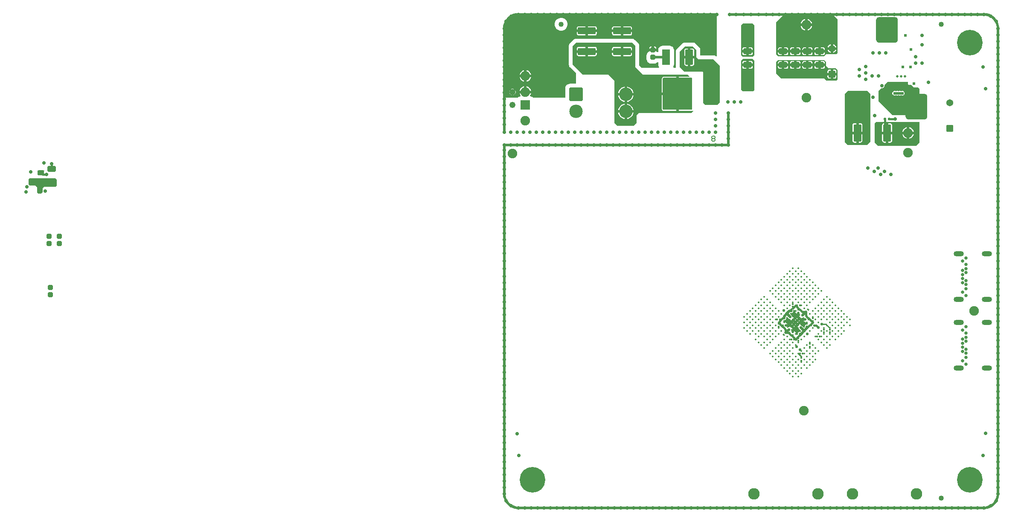
<source format=gbl>
G04*
G04 #@! TF.GenerationSoftware,Altium Limited,Altium Designer,24.10.1 (45)*
G04*
G04 Layer_Physical_Order=8*
G04 Layer_Color=16711680*
%FSLAX44Y44*%
%MOMM*%
G71*
G04*
G04 #@! TF.SameCoordinates,24BC4850-7E81-497A-B660-34607D59122C*
G04*
G04*
G04 #@! TF.FilePolarity,Positive*
G04*
G01*
G75*
%ADD11C,0.5080*%
%ADD15C,0.2540*%
G04:AMPARAMS|DCode=24|XSize=0.508mm|YSize=0.508mm|CornerRadius=0.127mm|HoleSize=0mm|Usage=FLASHONLY|Rotation=90.000|XOffset=0mm|YOffset=0mm|HoleType=Round|Shape=RoundedRectangle|*
%AMROUNDEDRECTD24*
21,1,0.5080,0.2540,0,0,90.0*
21,1,0.2540,0.5080,0,0,90.0*
1,1,0.2540,0.1270,0.1270*
1,1,0.2540,0.1270,-0.1270*
1,1,0.2540,-0.1270,-0.1270*
1,1,0.2540,-0.1270,0.1270*
%
%ADD24ROUNDEDRECTD24*%
%ADD101C,0.7112*%
%ADD126C,1.2192*%
G04:AMPARAMS|DCode=130|XSize=1.27mm|YSize=1.016mm|CornerRadius=0.127mm|HoleSize=0mm|Usage=FLASHONLY|Rotation=180.000|XOffset=0mm|YOffset=0mm|HoleType=Round|Shape=RoundedRectangle|*
%AMROUNDEDRECTD130*
21,1,1.2700,0.7620,0,0,180.0*
21,1,1.0160,1.0160,0,0,180.0*
1,1,0.2540,-0.5080,0.3810*
1,1,0.2540,0.5080,0.3810*
1,1,0.2540,0.5080,-0.3810*
1,1,0.2540,-0.5080,-0.3810*
%
%ADD130ROUNDEDRECTD130*%
G04:AMPARAMS|DCode=131|XSize=1.6256mm|YSize=1.1176mm|CornerRadius=0.1397mm|HoleSize=0mm|Usage=FLASHONLY|Rotation=0.000|XOffset=0mm|YOffset=0mm|HoleType=Round|Shape=RoundedRectangle|*
%AMROUNDEDRECTD131*
21,1,1.6256,0.8382,0,0,0.0*
21,1,1.3462,1.1176,0,0,0.0*
1,1,0.2794,0.6731,-0.4191*
1,1,0.2794,-0.6731,-0.4191*
1,1,0.2794,-0.6731,0.4191*
1,1,0.2794,0.6731,0.4191*
%
%ADD131ROUNDEDRECTD131*%
G04:AMPARAMS|DCode=132|XSize=0.95mm|YSize=0.95mm|CornerRadius=0.1758mm|HoleSize=0mm|Usage=FLASHONLY|Rotation=180.000|XOffset=0mm|YOffset=0mm|HoleType=Round|Shape=RoundedRectangle|*
%AMROUNDEDRECTD132*
21,1,0.9500,0.5985,0,0,180.0*
21,1,0.5985,0.9500,0,0,180.0*
1,1,0.3515,-0.2993,0.2993*
1,1,0.3515,0.2993,0.2993*
1,1,0.3515,0.2993,-0.2993*
1,1,0.3515,-0.2993,-0.2993*
%
%ADD132ROUNDEDRECTD132*%
%ADD133C,1.0160*%
G04:AMPARAMS|DCode=148|XSize=0.3302mm|YSize=0.4064mm|CornerRadius=0.0165mm|HoleSize=0mm|Usage=FLASHONLY|Rotation=90.000|XOffset=0mm|YOffset=0mm|HoleType=Round|Shape=RoundedRectangle|*
%AMROUNDEDRECTD148*
21,1,0.3302,0.3734,0,0,90.0*
21,1,0.2972,0.4064,0,0,90.0*
1,1,0.0330,0.1867,0.1486*
1,1,0.0330,0.1867,-0.1486*
1,1,0.0330,-0.1867,-0.1486*
1,1,0.0330,-0.1867,0.1486*
%
%ADD148ROUNDEDRECTD148*%
G04:AMPARAMS|DCode=169|XSize=1.397mm|YSize=3.556mm|CornerRadius=0.1746mm|HoleSize=0mm|Usage=FLASHONLY|Rotation=270.000|XOffset=0mm|YOffset=0mm|HoleType=Round|Shape=RoundedRectangle|*
%AMROUNDEDRECTD169*
21,1,1.3970,3.2068,0,0,270.0*
21,1,1.0478,3.5560,0,0,270.0*
1,1,0.3493,-1.6034,-0.5239*
1,1,0.3493,-1.6034,0.5239*
1,1,0.3493,1.6034,0.5239*
1,1,0.3493,1.6034,-0.5239*
%
%ADD169ROUNDEDRECTD169*%
%ADD173C,0.5080*%
%ADD174C,0.3810*%
%ADD175C,0.2032*%
%ADD176O,2.0320X1.0160*%
%ADD177C,0.6604*%
%ADD178C,2.2860*%
G04:AMPARAMS|DCode=179|XSize=1.3716mm|YSize=1.3716mm|CornerRadius=0.1715mm|HoleSize=0mm|Usage=FLASHONLY|Rotation=90.000|XOffset=0mm|YOffset=0mm|HoleType=Round|Shape=RoundedRectangle|*
%AMROUNDEDRECTD179*
21,1,1.3716,1.0287,0,0,90.0*
21,1,1.0287,1.3716,0,0,90.0*
1,1,0.3429,0.5143,0.5143*
1,1,0.3429,0.5143,-0.5143*
1,1,0.3429,-0.5143,-0.5143*
1,1,0.3429,-0.5143,0.5143*
%
%ADD179ROUNDEDRECTD179*%
%ADD180C,1.3716*%
%ADD181C,1.9050*%
G04:AMPARAMS|DCode=182|XSize=2.667mm|YSize=2.667mm|CornerRadius=0.1333mm|HoleSize=0mm|Usage=FLASHONLY|Rotation=0.000|XOffset=0mm|YOffset=0mm|HoleType=Round|Shape=RoundedRectangle|*
%AMROUNDEDRECTD182*
21,1,2.6670,2.4003,0,0,0.0*
21,1,2.4003,2.6670,0,0,0.0*
1,1,0.2667,1.2002,-1.2002*
1,1,0.2667,-1.2002,-1.2002*
1,1,0.2667,-1.2002,1.2002*
1,1,0.2667,1.2002,1.2002*
%
%ADD182ROUNDEDRECTD182*%
%ADD183C,2.6670*%
G04:AMPARAMS|DCode=184|XSize=1.905mm|YSize=1.905mm|CornerRadius=0.0953mm|HoleSize=0mm|Usage=FLASHONLY|Rotation=90.000|XOffset=0mm|YOffset=0mm|HoleType=Round|Shape=RoundedRectangle|*
%AMROUNDEDRECTD184*
21,1,1.9050,1.7145,0,0,90.0*
21,1,1.7145,1.9050,0,0,90.0*
1,1,0.1905,0.8573,0.8573*
1,1,0.1905,0.8573,-0.8573*
1,1,0.1905,-0.8573,-0.8573*
1,1,0.1905,-0.8573,0.8573*
%
%ADD184ROUNDEDRECTD184*%
%ADD185C,5.0800*%
%ADD186C,0.6096*%
%ADD187C,0.3500*%
G04:AMPARAMS|DCode=188|XSize=0.508mm|YSize=0.508mm|CornerRadius=0.127mm|HoleSize=0mm|Usage=FLASHONLY|Rotation=135.000|XOffset=0mm|YOffset=0mm|HoleType=Round|Shape=RoundedRectangle|*
%AMROUNDEDRECTD188*
21,1,0.5080,0.2540,0,0,135.0*
21,1,0.2540,0.5080,0,0,135.0*
1,1,0.2540,0.0000,0.1796*
1,1,0.2540,0.1796,0.0000*
1,1,0.2540,0.0000,-0.1796*
1,1,0.2540,-0.1796,0.0000*
%
%ADD188ROUNDEDRECTD188*%
G04:AMPARAMS|DCode=189|XSize=0.3302mm|YSize=0.4064mm|CornerRadius=0.0165mm|HoleSize=0mm|Usage=FLASHONLY|Rotation=0.000|XOffset=0mm|YOffset=0mm|HoleType=Round|Shape=RoundedRectangle|*
%AMROUNDEDRECTD189*
21,1,0.3302,0.3734,0,0,0.0*
21,1,0.2972,0.4064,0,0,0.0*
1,1,0.0330,0.1486,-0.1867*
1,1,0.0330,-0.1486,-0.1867*
1,1,0.0330,-0.1486,0.1867*
1,1,0.0330,0.1486,0.1867*
%
%ADD189ROUNDEDRECTD189*%
G04:AMPARAMS|DCode=190|XSize=0.508mm|YSize=0.508mm|CornerRadius=0.127mm|HoleSize=0mm|Usage=FLASHONLY|Rotation=45.000|XOffset=0mm|YOffset=0mm|HoleType=Round|Shape=RoundedRectangle|*
%AMROUNDEDRECTD190*
21,1,0.5080,0.2540,0,0,45.0*
21,1,0.2540,0.5080,0,0,45.0*
1,1,0.2540,0.1796,0.0000*
1,1,0.2540,0.0000,-0.1796*
1,1,0.2540,-0.1796,0.0000*
1,1,0.2540,0.0000,0.1796*
%
%ADD190ROUNDEDRECTD190*%
G04:AMPARAMS|DCode=191|XSize=0.3302mm|YSize=0.4064mm|CornerRadius=0.0165mm|HoleSize=0mm|Usage=FLASHONLY|Rotation=45.000|XOffset=0mm|YOffset=0mm|HoleType=Round|Shape=RoundedRectangle|*
%AMROUNDEDRECTD191*
21,1,0.3302,0.3734,0,0,45.0*
21,1,0.2972,0.4064,0,0,45.0*
1,1,0.0330,0.2371,-0.0269*
1,1,0.0330,0.0269,-0.2371*
1,1,0.0330,-0.2371,0.0269*
1,1,0.0330,-0.0269,0.2371*
%
%ADD191ROUNDEDRECTD191*%
G04:AMPARAMS|DCode=192|XSize=4.318mm|YSize=5.08mm|CornerRadius=0.5397mm|HoleSize=0mm|Usage=FLASHONLY|Rotation=180.000|XOffset=0mm|YOffset=0mm|HoleType=Round|Shape=RoundedRectangle|*
%AMROUNDEDRECTD192*
21,1,4.3180,4.0005,0,0,180.0*
21,1,3.2385,5.0800,0,0,180.0*
1,1,1.0795,-1.6193,2.0003*
1,1,1.0795,1.6193,2.0003*
1,1,1.0795,1.6193,-2.0003*
1,1,1.0795,-1.6193,-2.0003*
%
%ADD192ROUNDEDRECTD192*%
G04:AMPARAMS|DCode=193|XSize=3.4544mm|YSize=1.5748mm|CornerRadius=0.2598mm|HoleSize=0mm|Usage=FLASHONLY|Rotation=270.000|XOffset=0mm|YOffset=0mm|HoleType=Round|Shape=RoundedRectangle|*
%AMROUNDEDRECTD193*
21,1,3.4544,1.0551,0,0,270.0*
21,1,2.9347,1.5748,0,0,270.0*
1,1,0.5197,-0.5276,-1.4674*
1,1,0.5197,-0.5276,1.4674*
1,1,0.5197,0.5276,1.4674*
1,1,0.5197,0.5276,-1.4674*
%
%ADD193ROUNDEDRECTD193*%
G04:AMPARAMS|DCode=194|XSize=1.5748mm|YSize=3.048mm|CornerRadius=0.2598mm|HoleSize=0mm|Usage=FLASHONLY|Rotation=180.000|XOffset=0mm|YOffset=0mm|HoleType=Round|Shape=RoundedRectangle|*
%AMROUNDEDRECTD194*
21,1,1.5748,2.5283,0,0,180.0*
21,1,1.0551,3.0480,0,0,180.0*
1,1,0.5197,-0.5276,1.2642*
1,1,0.5197,0.5276,1.2642*
1,1,0.5197,0.5276,-1.2642*
1,1,0.5197,-0.5276,-1.2642*
%
%ADD194ROUNDEDRECTD194*%
G04:AMPARAMS|DCode=195|XSize=5.842mm|YSize=6.35mm|CornerRadius=0.1461mm|HoleSize=0mm|Usage=FLASHONLY|Rotation=180.000|XOffset=0mm|YOffset=0mm|HoleType=Round|Shape=RoundedRectangle|*
%AMROUNDEDRECTD195*
21,1,5.8420,6.0579,0,0,180.0*
21,1,5.5499,6.3500,0,0,180.0*
1,1,0.2921,-2.7750,3.0290*
1,1,0.2921,2.7750,3.0290*
1,1,0.2921,2.7750,-3.0290*
1,1,0.2921,-2.7750,-3.0290*
%
%ADD195ROUNDEDRECTD195*%
G04:AMPARAMS|DCode=196|XSize=1.5748mm|YSize=3.048mm|CornerRadius=0.0787mm|HoleSize=0mm|Usage=FLASHONLY|Rotation=180.000|XOffset=0mm|YOffset=0mm|HoleType=Round|Shape=RoundedRectangle|*
%AMROUNDEDRECTD196*
21,1,1.5748,2.8905,0,0,180.0*
21,1,1.4173,3.0480,0,0,180.0*
1,1,0.1575,-0.7087,1.4453*
1,1,0.1575,0.7087,1.4453*
1,1,0.1575,0.7087,-1.4453*
1,1,0.1575,-0.7087,-1.4453*
%
%ADD196ROUNDEDRECTD196*%
%ADD197C,0.3556*%
%ADD198C,0.4064*%
G36*
X3507859Y2515859D02*
X3511718Y2514825D01*
X3515410Y2513295D01*
X3518870Y2511298D01*
X3522040Y2508865D01*
X3524865Y2506040D01*
X3527297Y2502870D01*
X3529295Y2499410D01*
X3530824Y2495719D01*
X3531859Y2491859D01*
X3532380Y2487898D01*
Y2485900D01*
X3527300D01*
X3527178Y2488390D01*
X3526206Y2493273D01*
X3524301Y2497874D01*
X3521534Y2502014D01*
X3518014Y2505535D01*
X3513873Y2508301D01*
X3509273Y2510206D01*
X3504390Y2511178D01*
X3501900Y2511300D01*
Y2511300D01*
X3204970Y2511300D01*
X3211830Y2504440D01*
Y2437130D01*
X3209288Y2434588D01*
X3188970Y2434588D01*
X3185160Y2430778D01*
X3093720D01*
X3089910Y2434588D01*
Y2498090D01*
X3103120Y2511300D01*
X2997200D01*
X2997200Y2516380D01*
X3501900Y2516380D01*
X3503898D01*
X3507859Y2515859D01*
D02*
G37*
G36*
X2971800Y2430626D02*
X2970530Y2430137D01*
X2969293Y2431086D01*
X2967439Y2431854D01*
X2965450Y2432116D01*
X2938846D01*
Y2443480D01*
X2938584Y2445469D01*
X2937816Y2447323D01*
X2936595Y2448915D01*
X2936595Y2448915D01*
X2930245Y2455265D01*
X2928653Y2456486D01*
X2926799Y2457254D01*
X2924810Y2457516D01*
X2908300D01*
X2906311Y2457254D01*
X2904457Y2456486D01*
X2902865Y2455265D01*
X2902865Y2455265D01*
X2892705Y2445105D01*
X2891484Y2443513D01*
X2890716Y2441659D01*
X2890454Y2439670D01*
Y2409190D01*
X2890496Y2408875D01*
X2889659Y2407920D01*
X2886058D01*
X2885431Y2409190D01*
X2885900Y2409801D01*
X2886748Y2411847D01*
X2887036Y2414041D01*
Y2442947D01*
X2886748Y2445141D01*
X2885900Y2447187D01*
X2884553Y2448943D01*
X2882797Y2450291D01*
X2880751Y2451138D01*
X2878557Y2451427D01*
X2864384D01*
X2862189Y2451138D01*
X2860143Y2450291D01*
X2858387Y2448943D01*
X2857039Y2447187D01*
X2856192Y2445141D01*
X2855903Y2442947D01*
Y2438858D01*
X2853741D01*
X2852522Y2439794D01*
X2851656Y2440152D01*
Y2440570D01*
X2850649D01*
X2850241Y2440739D01*
X2847792Y2441061D01*
X2841808D01*
X2839359Y2440739D01*
X2838951Y2440570D01*
X2837944D01*
Y2440152D01*
X2837078Y2439794D01*
X2835119Y2438291D01*
X2833616Y2436332D01*
X2832672Y2434050D01*
X2832349Y2431602D01*
Y2425618D01*
X2832672Y2423169D01*
X2833616Y2420888D01*
X2835119Y2418929D01*
X2837078Y2417426D01*
X2839359Y2416481D01*
X2841808Y2416159D01*
X2842242D01*
X2844800Y2415822D01*
X2847358Y2416159D01*
X2847792D01*
X2850240Y2416481D01*
X2852522Y2417426D01*
X2853741Y2418362D01*
X2855903D01*
Y2414041D01*
X2856192Y2411847D01*
X2857039Y2409801D01*
X2857509Y2409190D01*
X2856882Y2407920D01*
X2822649D01*
X2818196Y2412374D01*
Y2451100D01*
X2817934Y2453089D01*
X2817166Y2454943D01*
X2815945Y2456535D01*
X2815945Y2456535D01*
X2809595Y2462885D01*
X2808003Y2464106D01*
X2806149Y2464874D01*
X2804160Y2465136D01*
X2692400D01*
X2690411Y2464874D01*
X2688557Y2464106D01*
X2686965Y2462885D01*
X2680615Y2456535D01*
X2679394Y2454943D01*
X2678626Y2453089D01*
X2678364Y2451100D01*
Y2414270D01*
X2678626Y2412281D01*
X2679394Y2410427D01*
X2680615Y2408835D01*
X2680616Y2408835D01*
X2692400Y2397051D01*
Y2376120D01*
X2680399D01*
X2678061Y2375813D01*
X2675883Y2374910D01*
X2674013Y2373475D01*
X2672578Y2371605D01*
X2671675Y2369427D01*
X2671368Y2367090D01*
Y2348230D01*
X2607306D01*
X2606757Y2348947D01*
X2604966Y2350320D01*
X2602880Y2351184D01*
X2601868Y2351318D01*
X2601471Y2352217D01*
X2601375Y2352663D01*
X2602839Y2355199D01*
X2603354Y2357120D01*
X2592070D01*
X2580786D01*
X2581301Y2355199D01*
X2582765Y2352663D01*
X2582669Y2352217D01*
X2582272Y2351318D01*
X2581259Y2351184D01*
X2579174Y2350320D01*
X2577383Y2348947D01*
X2576834Y2348230D01*
X2552700D01*
Y2279650D01*
X2547620D01*
Y2348230D01*
Y2485900D01*
X2547620Y2487898D01*
X2548141Y2491859D01*
X2549176Y2495719D01*
X2550705Y2499410D01*
X2552702Y2502870D01*
X2555135Y2506040D01*
X2557960Y2508865D01*
X2561130Y2511298D01*
X2564590Y2513295D01*
X2564590D01*
X2564590Y2513295D01*
X2568282Y2514824D01*
X2572141Y2515858D01*
X2576102Y2516380D01*
X2578100D01*
X2578100D01*
X2578100Y2516380D01*
X2971800D01*
Y2430626D01*
D02*
G37*
G36*
X3046730Y2491740D02*
X3046730Y2433320D01*
X3042920Y2429510D01*
X3023870Y2429510D01*
X3020060Y2433320D01*
Y2491740D01*
X3023870Y2495550D01*
X3042920Y2495550D01*
X3046730Y2491740D01*
D02*
G37*
G36*
X3188970Y2419350D02*
Y2411730D01*
X3194050Y2406650D01*
X3208020D01*
X3211830Y2402840D01*
Y2385060D01*
X3209290Y2382520D01*
X3188970D01*
X3185160Y2386330D01*
X3100070D01*
X3089910Y2396490D01*
Y2419350D01*
X3093720Y2423160D01*
X3185160D01*
X3188970Y2419350D01*
D02*
G37*
G36*
X3351530Y2374900D02*
X3352800Y2373630D01*
X3357880D01*
X3362452Y2369058D01*
X3371423D01*
X3374390Y2366091D01*
Y2321560D01*
X3366770Y2313940D01*
X3321050Y2313940D01*
X3293110Y2341880D01*
Y2362200D01*
X3298100Y2367190D01*
X3298176Y2367266D01*
X3298359Y2367190D01*
X3300380D01*
X3302247Y2367963D01*
X3303676Y2369392D01*
X3304450Y2371259D01*
Y2373280D01*
X3304374Y2373464D01*
X3310890Y2379980D01*
X3351530D01*
Y2374900D01*
D02*
G37*
G36*
X3042920Y2425700D02*
X3046730Y2421890D01*
Y2363470D01*
X3044190Y2360930D01*
X3023870D01*
X3020060Y2364740D01*
Y2421890D01*
X3023870Y2425700D01*
X3042920Y2425700D01*
D02*
G37*
G36*
X2931160Y2443480D02*
Y2428240D01*
X2935605Y2424430D01*
X2965450D01*
X2978150Y2411730D01*
Y2397760D01*
Y2339340D01*
X2973070Y2334260D01*
X2948940Y2334260D01*
X2945130Y2338070D01*
Y2399030D01*
X2943860Y2400300D01*
X2907030D01*
X2898140Y2409190D01*
Y2439670D01*
X2908300Y2449830D01*
X2924810D01*
X2931160Y2443480D01*
D02*
G37*
G36*
X2810510Y2451100D02*
Y2409190D01*
X2825750Y2393950D01*
X2914650D01*
X2917726Y2390874D01*
X2917240Y2389700D01*
X2896870D01*
Y2355850D01*
Y2322000D01*
X2922079D01*
X2923442Y2322271D01*
X2924293Y2322839D01*
X2925103Y2321853D01*
X2921000Y2317750D01*
X2816860Y2317750D01*
X2813050Y2313940D01*
Y2298700D01*
X2806700Y2292350D01*
X2774950D01*
X2768600Y2298700D01*
X2768600Y2382520D01*
X2757170Y2393950D01*
X2706370D01*
X2686050Y2414270D01*
Y2451100D01*
X2692400Y2457450D01*
X2804160D01*
X2810510Y2451100D01*
D02*
G37*
G36*
X2997201Y2256786D02*
X2994660Y2256786D01*
X2994660Y2251710D01*
X2552700Y2251710D01*
Y2256790D01*
X2992121Y2256790D01*
Y2317746D01*
X2997201D01*
Y2256786D01*
D02*
G37*
G36*
X3276600Y2355850D02*
Y2350511D01*
Y2348490D01*
Y2260600D01*
X3270250Y2254250D01*
X3232150D01*
X3225800Y2260600D01*
Y2355850D01*
X3232150Y2362200D01*
X3270250D01*
X3276600Y2355850D01*
D02*
G37*
G36*
X3374390Y2299970D02*
Y2259330D01*
X3368040Y2252980D01*
X3291840D01*
X3285490Y2259330D01*
Y2297430D01*
X3288030Y2299970D01*
X3374390Y2299970D01*
D02*
G37*
G36*
X1662430Y2185670D02*
Y2174240D01*
X1659890Y2171700D01*
X1637030D01*
X1634490Y2169160D01*
Y2161540D01*
X1630680Y2157730D01*
X1625600D01*
X1623060Y2160270D01*
Y2170430D01*
X1619250Y2174240D01*
X1609090D01*
X1606550Y2176780D01*
Y2186940D01*
X1607820Y2188210D01*
X1659890D01*
X1662430Y2185670D01*
D02*
G37*
G36*
X3127920Y1921045D02*
X3128450Y1921399D01*
X3128522Y1921508D01*
X3129792Y1921123D01*
Y1920570D01*
X3129963Y1919713D01*
X3130449Y1918986D01*
X3131175Y1918501D01*
X3131360Y1918464D01*
Y1922056D01*
X3136440D01*
Y1918464D01*
X3136624Y1918501D01*
X3136725Y1918569D01*
X3137641Y1917653D01*
X3137552Y1917520D01*
X3137335Y1916430D01*
X3137382Y1916194D01*
X3136287Y1915188D01*
X3135694Y1915307D01*
X3134406Y1915050D01*
X3134390Y1915040D01*
X3137490Y1911940D01*
X3140590Y1908840D01*
X3140600Y1908855D01*
X3140857Y1910144D01*
X3140739Y1910737D01*
X3141744Y1911832D01*
X3141980Y1911785D01*
X3143070Y1912002D01*
X3143994Y1912620D01*
X3144218Y1912843D01*
X3145555Y1912599D01*
X3145585Y1912573D01*
X3145733Y1911816D01*
X3145006Y1911331D01*
X3144521Y1910604D01*
X3144484Y1910420D01*
X3148076D01*
Y1905340D01*
X3144484D01*
X3144521Y1905155D01*
X3145006Y1904429D01*
X3145733Y1903943D01*
X3146590Y1903773D01*
X3147143D01*
X3147528Y1902503D01*
X3147419Y1902430D01*
X3147065Y1901900D01*
X3150870D01*
Y1897916D01*
X3149284Y1897601D01*
X3148116Y1896820D01*
X3147065D01*
X3147419Y1896290D01*
X3147586Y1896178D01*
X3147412Y1895917D01*
X3147411Y1895909D01*
X3147042Y1895358D01*
X3146726Y1893772D01*
Y1892625D01*
X3145215Y1891115D01*
X3141703Y1894627D01*
X3141597Y1894698D01*
X3140787Y1895507D01*
X3139863Y1896125D01*
X3138773Y1896342D01*
X3138537Y1896295D01*
X3137532Y1897390D01*
X3137650Y1897983D01*
X3137393Y1899272D01*
X3137383Y1899287D01*
X3134283Y1896187D01*
X3131183Y1893087D01*
X3131198Y1893077D01*
X3132487Y1892820D01*
X3133080Y1892938D01*
X3134175Y1891933D01*
X3134128Y1891697D01*
X3134345Y1890607D01*
X3134963Y1889682D01*
X3135772Y1888873D01*
X3135843Y1888767D01*
X3139355Y1885255D01*
X3137840Y1883739D01*
X3136693D01*
X3135108Y1883424D01*
X3134556Y1883055D01*
X3134549Y1883053D01*
X3134287Y1882879D01*
X3134175Y1883046D01*
X3133646Y1883400D01*
Y1882350D01*
X3132865Y1881181D01*
X3132549Y1879595D01*
X3128566D01*
Y1883401D01*
X3128036Y1883046D01*
X3127963Y1882937D01*
X3126693Y1883323D01*
Y1883875D01*
X3126522Y1884733D01*
X3126037Y1885459D01*
X3125310Y1885945D01*
X3125126Y1885981D01*
Y1882389D01*
X3120046D01*
Y1886065D01*
X3119508Y1886496D01*
X3119497Y1886509D01*
X3119176Y1887005D01*
X3119352Y1887887D01*
X3119305Y1888123D01*
X3120400Y1889128D01*
X3120993Y1889010D01*
X3122281Y1889267D01*
X3122297Y1889277D01*
X3119197Y1892377D01*
X3116097Y1895477D01*
X3116087Y1895461D01*
X3115830Y1894173D01*
X3115948Y1893580D01*
X3114943Y1892485D01*
X3114707Y1892532D01*
X3113617Y1892315D01*
X3112693Y1891697D01*
X3112545Y1891550D01*
X3111074Y1891624D01*
X3110752Y1892629D01*
X3111479Y1893115D01*
X3111965Y1893842D01*
X3112001Y1894026D01*
X3108409D01*
Y1899106D01*
X3112001D01*
X3111965Y1899290D01*
X3111479Y1900017D01*
X3110752Y1900502D01*
X3109895Y1900673D01*
X3109343D01*
X3108957Y1901943D01*
X3109066Y1902016D01*
X3109420Y1902546D01*
X3105615D01*
Y1906530D01*
X3107201Y1906845D01*
X3108369Y1907626D01*
X3109420D01*
X3109066Y1908156D01*
X3108899Y1908268D01*
X3109073Y1908529D01*
X3109075Y1908536D01*
X3109443Y1909088D01*
X3109759Y1910674D01*
Y1912703D01*
X3110833Y1913777D01*
X3114317Y1910293D01*
X3114423Y1910222D01*
X3115233Y1909413D01*
X3116157Y1908795D01*
X3117247Y1908578D01*
X3117483Y1908625D01*
X3118488Y1907530D01*
X3118370Y1906937D01*
X3118627Y1905649D01*
X3118637Y1905633D01*
X3121737Y1908733D01*
X3124837Y1911833D01*
X3124821Y1911843D01*
X3123533Y1912100D01*
X3122940Y1911982D01*
X3121845Y1912987D01*
X3121892Y1913223D01*
X3121675Y1914313D01*
X3121057Y1915237D01*
X3120248Y1916047D01*
X3120177Y1916153D01*
X3116693Y1919637D01*
X3117763Y1920707D01*
X3119792D01*
X3121377Y1921022D01*
X3121929Y1921391D01*
X3121937Y1921392D01*
X3122198Y1921567D01*
X3122310Y1921399D01*
X3122840Y1921045D01*
Y1922096D01*
X3123620Y1923264D01*
X3123936Y1924850D01*
X3127920D01*
Y1921045D01*
D02*
G37*
G36*
X3532380Y2485900D02*
Y1562100D01*
Y1560102D01*
X3531859Y1556141D01*
X3530824Y1552281D01*
X3529295Y1548590D01*
X3527298Y1545130D01*
X3524865Y1541960D01*
X3522040Y1539135D01*
X3518870Y1536702D01*
X3515410Y1534705D01*
X3511718Y1533176D01*
X3507859Y1532142D01*
X3503898Y1531620D01*
X2576102D01*
X2572141Y1532142D01*
X2568282Y1533176D01*
X2564590Y1534705D01*
X2561130Y1536702D01*
X2557960Y1539135D01*
X2555135Y1541960D01*
X2552702Y1545130D01*
X2550705Y1548590D01*
X2549176Y1552281D01*
X2548141Y1556141D01*
X2547620Y1560102D01*
Y1562100D01*
X2547620Y2254250D01*
X2552700Y2254250D01*
X2552700Y1562100D01*
X2552822Y1559610D01*
X2553794Y1554727D01*
X2555699Y1550126D01*
X2558466Y1545986D01*
X2561986Y1542466D01*
X2566126Y1539699D01*
X2570727Y1537794D01*
X2575610Y1536822D01*
X2578100Y1536700D01*
X3501900D01*
X3504390Y1536822D01*
X3509273Y1537794D01*
X3513874Y1539699D01*
X3518014Y1542466D01*
X3521534Y1545986D01*
X3524301Y1550126D01*
X3526206Y1554727D01*
X3527178Y1559610D01*
X3527300Y1562100D01*
X3527300D01*
X3527300Y2485900D01*
X3532380Y2485900D01*
D02*
G37*
%LPC*%
G36*
X3152140Y2504294D02*
Y2495550D01*
X3160884D01*
X3160369Y2497471D01*
X3158848Y2500106D01*
X3156696Y2502258D01*
X3154061Y2503779D01*
X3152140Y2504294D01*
D02*
G37*
G36*
X3147060D02*
X3145139Y2503779D01*
X3142504Y2502258D01*
X3140352Y2500106D01*
X3138831Y2497471D01*
X3138316Y2495550D01*
X3147060D01*
Y2504294D01*
D02*
G37*
G36*
X3160884Y2490470D02*
X3152140D01*
Y2481726D01*
X3154061Y2482241D01*
X3156696Y2483762D01*
X3158848Y2485914D01*
X3160369Y2488549D01*
X3160884Y2490470D01*
D02*
G37*
G36*
X3147060D02*
X3138316D01*
X3138831Y2488549D01*
X3140352Y2485914D01*
X3142504Y2483762D01*
X3145139Y2482241D01*
X3147060Y2481726D01*
Y2490470D01*
D02*
G37*
G36*
X3202940Y2454543D02*
Y2448560D01*
X3208923D01*
X3208684Y2449451D01*
X3207514Y2451479D01*
X3205858Y2453134D01*
X3203831Y2454304D01*
X3202940Y2454543D01*
D02*
G37*
G36*
X3197860D02*
X3196969Y2454304D01*
X3194941Y2453134D01*
X3193286Y2451479D01*
X3192116Y2449451D01*
X3191877Y2448560D01*
X3197860D01*
Y2454543D01*
D02*
G37*
G36*
X3182622Y2448118D02*
X3178431D01*
Y2442971D01*
X3186118D01*
Y2444622D01*
X3185852Y2445960D01*
X3185094Y2447094D01*
X3183960Y2447852D01*
X3182622Y2448118D01*
D02*
G37*
G36*
X3173351D02*
X3169160D01*
X3167822Y2447852D01*
X3166688Y2447094D01*
X3165930Y2445960D01*
X3165663Y2444622D01*
Y2442971D01*
X3173351D01*
Y2448118D01*
D02*
G37*
G36*
X3158492D02*
X3154301D01*
Y2442971D01*
X3161988D01*
Y2444622D01*
X3161722Y2445960D01*
X3160964Y2447094D01*
X3159830Y2447852D01*
X3158492Y2448118D01*
D02*
G37*
G36*
X3149221D02*
X3145030D01*
X3143692Y2447852D01*
X3142558Y2447094D01*
X3141800Y2445960D01*
X3141534Y2444622D01*
Y2442971D01*
X3149221D01*
Y2448118D01*
D02*
G37*
G36*
X3134362D02*
X3130171D01*
Y2442971D01*
X3137858D01*
Y2444622D01*
X3137592Y2445960D01*
X3136834Y2447094D01*
X3135700Y2447852D01*
X3134362Y2448118D01*
D02*
G37*
G36*
X3125091D02*
X3120900D01*
X3119562Y2447852D01*
X3118428Y2447094D01*
X3117670Y2445960D01*
X3117404Y2444622D01*
Y2442971D01*
X3125091D01*
Y2448118D01*
D02*
G37*
G36*
X3110232D02*
X3106041D01*
Y2442971D01*
X3113728D01*
Y2444622D01*
X3113462Y2445960D01*
X3112704Y2447094D01*
X3111570Y2447852D01*
X3110232Y2448118D01*
D02*
G37*
G36*
X3100961D02*
X3096770D01*
X3095432Y2447852D01*
X3094297Y2447094D01*
X3093540Y2445960D01*
X3093274Y2444622D01*
Y2442971D01*
X3100961D01*
Y2448118D01*
D02*
G37*
G36*
X3208923Y2443480D02*
X3202940D01*
Y2437497D01*
X3203831Y2437736D01*
X3205858Y2438906D01*
X3207514Y2440561D01*
X3208684Y2442589D01*
X3208923Y2443480D01*
D02*
G37*
G36*
X3197860D02*
X3191877D01*
X3192116Y2442589D01*
X3193286Y2440561D01*
X3194941Y2438906D01*
X3196969Y2437736D01*
X3197860Y2437497D01*
Y2443480D01*
D02*
G37*
G36*
X3186118Y2437891D02*
X3178431D01*
Y2432744D01*
X3182622D01*
X3183960Y2433010D01*
X3185094Y2433768D01*
X3185852Y2434902D01*
X3186118Y2436240D01*
Y2437891D01*
D02*
G37*
G36*
X3173351D02*
X3165663D01*
Y2436240D01*
X3165930Y2434902D01*
X3166688Y2433768D01*
X3167822Y2433010D01*
X3169160Y2432744D01*
X3173351D01*
Y2437891D01*
D02*
G37*
G36*
X3161988D02*
X3154301D01*
Y2432744D01*
X3158492D01*
X3159830Y2433010D01*
X3160964Y2433768D01*
X3161722Y2434902D01*
X3161988Y2436240D01*
Y2437891D01*
D02*
G37*
G36*
X3149221D02*
X3141534D01*
Y2436240D01*
X3141800Y2434902D01*
X3142558Y2433768D01*
X3143692Y2433010D01*
X3145030Y2432744D01*
X3149221D01*
Y2437891D01*
D02*
G37*
G36*
X3137858D02*
X3130171D01*
Y2432744D01*
X3134362D01*
X3135700Y2433010D01*
X3136834Y2433768D01*
X3137592Y2434902D01*
X3137858Y2436240D01*
Y2437891D01*
D02*
G37*
G36*
X3125091D02*
X3117404D01*
Y2436240D01*
X3117670Y2434902D01*
X3118428Y2433768D01*
X3119562Y2433010D01*
X3120900Y2432744D01*
X3125091D01*
Y2437891D01*
D02*
G37*
G36*
X3113728D02*
X3106041D01*
Y2432744D01*
X3110232D01*
X3111570Y2433010D01*
X3112704Y2433768D01*
X3113462Y2434902D01*
X3113728Y2436240D01*
Y2437891D01*
D02*
G37*
G36*
X3100961D02*
X3093274D01*
Y2436240D01*
X3093540Y2434902D01*
X3094297Y2433768D01*
X3095432Y2433010D01*
X3096770Y2432744D01*
X3100961D01*
Y2437891D01*
D02*
G37*
G36*
X2799874Y2490163D02*
X2786380D01*
Y2483612D01*
X2803726D01*
Y2486311D01*
X2803433Y2487785D01*
X2802598Y2489035D01*
X2801348Y2489870D01*
X2799874Y2490163D01*
D02*
G37*
G36*
X2730024D02*
X2716530D01*
Y2483612D01*
X2733876D01*
Y2486311D01*
X2733583Y2487785D01*
X2732748Y2489035D01*
X2731498Y2489870D01*
X2730024Y2490163D01*
D02*
G37*
G36*
X2781300D02*
X2767806D01*
X2766332Y2489870D01*
X2765082Y2489035D01*
X2764247Y2487785D01*
X2763954Y2486311D01*
Y2483612D01*
X2781300D01*
Y2490163D01*
D02*
G37*
G36*
X2711450D02*
X2697956D01*
X2696482Y2489870D01*
X2695232Y2489035D01*
X2694397Y2487785D01*
X2694104Y2486311D01*
Y2483612D01*
X2711450D01*
Y2490163D01*
D02*
G37*
G36*
X2664862Y2506980D02*
X2661518D01*
X2658288Y2506115D01*
X2655392Y2504442D01*
X2653028Y2502078D01*
X2651356Y2499182D01*
X2650490Y2495952D01*
Y2492608D01*
X2651356Y2489378D01*
X2653028Y2486482D01*
X2655392Y2484117D01*
X2658288Y2482446D01*
X2661518Y2481580D01*
X2664862D01*
X2668092Y2482446D01*
X2670988Y2484117D01*
X2673352Y2486482D01*
X2675024Y2489378D01*
X2675890Y2492608D01*
Y2495952D01*
X2675024Y2499182D01*
X2673352Y2502078D01*
X2670988Y2504442D01*
X2668092Y2506115D01*
X2664862Y2506980D01*
D02*
G37*
G36*
X2803726Y2478532D02*
X2786380D01*
Y2471981D01*
X2799874D01*
X2801348Y2472274D01*
X2802598Y2473109D01*
X2803433Y2474359D01*
X2803726Y2475833D01*
Y2478532D01*
D02*
G37*
G36*
X2781300D02*
X2763954D01*
Y2475833D01*
X2764247Y2474359D01*
X2765082Y2473109D01*
X2766332Y2472274D01*
X2767806Y2471981D01*
X2781300D01*
Y2478532D01*
D02*
G37*
G36*
X2733876D02*
X2716530D01*
Y2471981D01*
X2730024D01*
X2731498Y2472274D01*
X2732748Y2473109D01*
X2733583Y2474359D01*
X2733876Y2475833D01*
Y2478532D01*
D02*
G37*
G36*
X2711450D02*
X2694104D01*
Y2475833D01*
X2694397Y2474359D01*
X2695232Y2473109D01*
X2696482Y2472274D01*
X2697956Y2471981D01*
X2711450D01*
Y2478532D01*
D02*
G37*
G36*
X2847792Y2449966D02*
X2847340D01*
Y2445650D01*
X2851656D01*
Y2446102D01*
X2851362Y2447581D01*
X2850525Y2448835D01*
X2849271Y2449672D01*
X2847792Y2449966D01*
D02*
G37*
G36*
X2842260D02*
X2841808D01*
X2840329Y2449672D01*
X2839075Y2448835D01*
X2838238Y2447581D01*
X2837944Y2446102D01*
Y2445650D01*
X2842260D01*
Y2449966D01*
D02*
G37*
G36*
X2594610Y2402694D02*
Y2393950D01*
X2603354D01*
X2602839Y2395871D01*
X2601318Y2398506D01*
X2599166Y2400658D01*
X2596531Y2402179D01*
X2594610Y2402694D01*
D02*
G37*
G36*
X2589530D02*
X2587609Y2402179D01*
X2584974Y2400658D01*
X2582822Y2398506D01*
X2581301Y2395871D01*
X2580786Y2393950D01*
X2589530D01*
Y2402694D01*
D02*
G37*
G36*
X2603354Y2388870D02*
X2594610D01*
Y2380126D01*
X2596531Y2380641D01*
X2599166Y2382162D01*
X2601318Y2384314D01*
X2602839Y2386949D01*
X2603354Y2388870D01*
D02*
G37*
G36*
X2589530D02*
X2580786D01*
X2581301Y2386949D01*
X2582822Y2384314D01*
X2584974Y2382162D01*
X2587609Y2380641D01*
X2589530Y2380126D01*
Y2388870D01*
D02*
G37*
G36*
X2594610Y2370944D02*
Y2362200D01*
X2603354D01*
X2602839Y2364121D01*
X2601318Y2366756D01*
X2599166Y2368908D01*
X2596531Y2370429D01*
X2594610Y2370944D01*
D02*
G37*
G36*
X2589530D02*
X2587609Y2370429D01*
X2584974Y2368908D01*
X2582822Y2366756D01*
X2581301Y2364121D01*
X2580786Y2362200D01*
X2589530D01*
Y2370944D01*
D02*
G37*
G36*
X2567883Y2365756D02*
X2565457D01*
X2563217Y2364828D01*
X2561502Y2363113D01*
X2560574Y2360872D01*
Y2358447D01*
X2561502Y2356207D01*
X2563217Y2354492D01*
X2565457Y2353564D01*
X2567883D01*
X2570123Y2354492D01*
X2571838Y2356207D01*
X2572766Y2358447D01*
Y2360872D01*
X2571838Y2363113D01*
X2570123Y2364828D01*
X2567883Y2365756D01*
D02*
G37*
G36*
X3039491Y2448119D02*
X3035300D01*
Y2442972D01*
X3042987D01*
Y2444623D01*
X3042721Y2445961D01*
X3041963Y2447095D01*
X3040829Y2447853D01*
X3039491Y2448119D01*
D02*
G37*
G36*
X3030220D02*
X3026029D01*
X3024691Y2447853D01*
X3023557Y2447095D01*
X3022799Y2445961D01*
X3022533Y2444623D01*
Y2442972D01*
X3030220D01*
Y2448119D01*
D02*
G37*
G36*
X3042987Y2437892D02*
X3035300D01*
Y2432745D01*
X3039491D01*
X3040829Y2433011D01*
X3041963Y2433769D01*
X3042721Y2434903D01*
X3042987Y2436241D01*
Y2437892D01*
D02*
G37*
G36*
X3030220D02*
X3022533D01*
Y2436241D01*
X3022799Y2434903D01*
X3023557Y2433769D01*
X3024691Y2433011D01*
X3026029Y2432745D01*
X3030220D01*
Y2437892D01*
D02*
G37*
G36*
X3110232Y2421194D02*
X3106041D01*
Y2416047D01*
X3113728D01*
Y2417698D01*
X3113462Y2419036D01*
X3112704Y2420170D01*
X3111570Y2420928D01*
X3110232Y2421194D01*
D02*
G37*
G36*
X3100961D02*
X3096770D01*
X3095432Y2420928D01*
X3094297Y2420170D01*
X3093540Y2419036D01*
X3093274Y2417698D01*
Y2416047D01*
X3100961D01*
Y2421194D01*
D02*
G37*
G36*
X3182622Y2421194D02*
X3178431D01*
Y2416047D01*
X3186118D01*
Y2417698D01*
X3185852Y2419036D01*
X3185094Y2420170D01*
X3183960Y2420928D01*
X3182622Y2421194D01*
D02*
G37*
G36*
X3173351D02*
X3169160D01*
X3167822Y2420928D01*
X3166688Y2420170D01*
X3165930Y2419036D01*
X3165663Y2417698D01*
Y2416047D01*
X3173351D01*
Y2421194D01*
D02*
G37*
G36*
X3158492D02*
X3154301D01*
Y2416047D01*
X3161988D01*
Y2417698D01*
X3161722Y2419036D01*
X3160964Y2420170D01*
X3159830Y2420928D01*
X3158492Y2421194D01*
D02*
G37*
G36*
X3149221D02*
X3145030D01*
X3143692Y2420928D01*
X3142558Y2420170D01*
X3141800Y2419036D01*
X3141534Y2417698D01*
Y2416047D01*
X3149221D01*
Y2421194D01*
D02*
G37*
G36*
X3134362D02*
X3130171D01*
Y2416047D01*
X3137858D01*
Y2417698D01*
X3137592Y2419036D01*
X3136834Y2420170D01*
X3135700Y2420928D01*
X3134362Y2421194D01*
D02*
G37*
G36*
X3125091D02*
X3120900D01*
X3119562Y2420928D01*
X3118428Y2420170D01*
X3117670Y2419036D01*
X3117404Y2417698D01*
Y2416047D01*
X3125091D01*
Y2421194D01*
D02*
G37*
G36*
X3113728Y2410967D02*
X3106041D01*
Y2405820D01*
X3110232D01*
X3111570Y2406086D01*
X3112704Y2406844D01*
X3113462Y2407978D01*
X3113728Y2409316D01*
Y2410967D01*
D02*
G37*
G36*
X3100961D02*
X3093274D01*
Y2409316D01*
X3093540Y2407978D01*
X3094297Y2406844D01*
X3095432Y2406086D01*
X3096770Y2405820D01*
X3100961D01*
Y2410967D01*
D02*
G37*
G36*
X3186118Y2410967D02*
X3178431D01*
Y2405820D01*
X3182622D01*
X3183960Y2406086D01*
X3185094Y2406844D01*
X3185852Y2407978D01*
X3186118Y2409316D01*
Y2410967D01*
D02*
G37*
G36*
X3173351D02*
X3165663D01*
Y2409316D01*
X3165930Y2407978D01*
X3166688Y2406844D01*
X3167822Y2406086D01*
X3169160Y2405820D01*
X3173351D01*
Y2410967D01*
D02*
G37*
G36*
X3161988D02*
X3154301D01*
Y2405820D01*
X3158492D01*
X3159830Y2406086D01*
X3160964Y2406844D01*
X3161722Y2407978D01*
X3161988Y2409316D01*
Y2410967D01*
D02*
G37*
G36*
X3149221D02*
X3141534D01*
Y2409316D01*
X3141800Y2407978D01*
X3142558Y2406844D01*
X3143692Y2406086D01*
X3145030Y2405820D01*
X3149221D01*
Y2410967D01*
D02*
G37*
G36*
X3137858D02*
X3130171D01*
Y2405820D01*
X3134362D01*
X3135700Y2406086D01*
X3136834Y2406844D01*
X3137592Y2407978D01*
X3137858Y2409316D01*
Y2410967D01*
D02*
G37*
G36*
X3125091D02*
X3117404D01*
Y2409316D01*
X3117670Y2407978D01*
X3118428Y2406844D01*
X3119562Y2406086D01*
X3120900Y2405820D01*
X3125091D01*
Y2410967D01*
D02*
G37*
G36*
X3205544Y2404183D02*
X3202940D01*
Y2397760D01*
X3209363D01*
Y2400363D01*
X3209073Y2401825D01*
X3208245Y2403065D01*
X3207005Y2403893D01*
X3205544Y2404183D01*
D02*
G37*
G36*
X3197860D02*
X3195256D01*
X3193795Y2403893D01*
X3192556Y2403065D01*
X3191727Y2401825D01*
X3191436Y2400363D01*
Y2397760D01*
X3197860D01*
Y2404183D01*
D02*
G37*
G36*
X3209363Y2392680D02*
X3202940D01*
Y2386257D01*
X3205544D01*
X3207005Y2386547D01*
X3208245Y2387375D01*
X3209073Y2388615D01*
X3209363Y2390076D01*
Y2392680D01*
D02*
G37*
G36*
X3197860D02*
X3191436D01*
Y2390076D01*
X3191727Y2388615D01*
X3192556Y2387375D01*
X3193795Y2386547D01*
X3195256Y2386257D01*
X3197860D01*
Y2392680D01*
D02*
G37*
G36*
X3341010Y2361692D02*
X3339191D01*
X3337560Y2361017D01*
X3335929Y2361692D01*
X3334111D01*
X3332480Y2361017D01*
X3330849Y2361692D01*
X3329030D01*
X3327400Y2361017D01*
X3325769Y2361692D01*
X3323951D01*
X3322270Y2360996D01*
X3320984Y2359710D01*
X3320288Y2358029D01*
Y2356211D01*
X3320984Y2354530D01*
X3322270Y2353244D01*
X3323951Y2352548D01*
X3325769D01*
X3327400Y2353223D01*
X3329030Y2352548D01*
X3330849D01*
X3332480Y2353223D01*
X3334111Y2352548D01*
X3335929D01*
X3337560Y2353223D01*
X3339191Y2352548D01*
X3341010D01*
X3342690Y2353244D01*
X3343976Y2354530D01*
X3344672Y2356211D01*
Y2358029D01*
X3343976Y2359710D01*
X3342690Y2360996D01*
X3341010Y2361692D01*
D02*
G37*
G36*
X3039491Y2421195D02*
X3035300D01*
Y2416048D01*
X3042987D01*
Y2417699D01*
X3042721Y2419037D01*
X3041963Y2420171D01*
X3040829Y2420929D01*
X3039491Y2421195D01*
D02*
G37*
G36*
X3030220D02*
X3026029D01*
X3024691Y2420929D01*
X3023557Y2420171D01*
X3022799Y2419037D01*
X3022533Y2417699D01*
Y2416048D01*
X3030220D01*
Y2421195D01*
D02*
G37*
G36*
X3042987Y2410968D02*
X3035300D01*
Y2405821D01*
X3039491D01*
X3040829Y2406087D01*
X3041963Y2406845D01*
X3042721Y2407979D01*
X3042987Y2409317D01*
Y2410968D01*
D02*
G37*
G36*
X3030220D02*
X3022533D01*
Y2409317D01*
X3022799Y2407979D01*
X3023557Y2406845D01*
X3024691Y2406087D01*
X3026029Y2405821D01*
X3030220D01*
Y2410968D01*
D02*
G37*
G36*
X2922466Y2445857D02*
X2919730D01*
Y2431034D01*
X2927187D01*
Y2441136D01*
X2926827Y2442942D01*
X2925804Y2444474D01*
X2924272Y2445497D01*
X2922466Y2445857D01*
D02*
G37*
G36*
X2914650D02*
X2911914D01*
X2910108Y2445497D01*
X2908576Y2444474D01*
X2907553Y2442942D01*
X2907193Y2441136D01*
Y2431034D01*
X2914650D01*
Y2445857D01*
D02*
G37*
G36*
X2927187Y2425954D02*
X2919730D01*
Y2411131D01*
X2922466D01*
X2924272Y2411491D01*
X2925804Y2412514D01*
X2926827Y2414046D01*
X2927187Y2415852D01*
Y2425954D01*
D02*
G37*
G36*
X2914650D02*
X2907193D01*
Y2415852D01*
X2907553Y2414046D01*
X2908576Y2412514D01*
X2910108Y2411491D01*
X2911914Y2411131D01*
X2914650D01*
Y2425954D01*
D02*
G37*
G36*
X2799874Y2449015D02*
X2786380D01*
Y2442464D01*
X2803726D01*
Y2445163D01*
X2803433Y2446637D01*
X2802598Y2447887D01*
X2801348Y2448722D01*
X2799874Y2449015D01*
D02*
G37*
G36*
X2730024D02*
X2716530D01*
Y2442464D01*
X2733876D01*
Y2445163D01*
X2733583Y2446637D01*
X2732748Y2447887D01*
X2731498Y2448722D01*
X2730024Y2449015D01*
D02*
G37*
G36*
X2781300D02*
X2767806D01*
X2766332Y2448722D01*
X2765082Y2447887D01*
X2764247Y2446637D01*
X2763954Y2445163D01*
Y2442464D01*
X2781300D01*
Y2449015D01*
D02*
G37*
G36*
X2711450D02*
X2697956D01*
X2696482Y2448722D01*
X2695232Y2447887D01*
X2694397Y2446637D01*
X2694104Y2445163D01*
Y2442464D01*
X2711450D01*
Y2449015D01*
D02*
G37*
G36*
X2803726Y2437384D02*
X2786380D01*
Y2430833D01*
X2799874D01*
X2801348Y2431126D01*
X2802598Y2431961D01*
X2803433Y2433211D01*
X2803726Y2434685D01*
Y2437384D01*
D02*
G37*
G36*
X2781300D02*
X2763954D01*
Y2434685D01*
X2764247Y2433211D01*
X2765082Y2431961D01*
X2766332Y2431126D01*
X2767806Y2430833D01*
X2781300D01*
Y2437384D01*
D02*
G37*
G36*
X2733876D02*
X2716530D01*
Y2430833D01*
X2730024D01*
X2731498Y2431126D01*
X2732748Y2431961D01*
X2733583Y2433211D01*
X2733876Y2434685D01*
Y2437384D01*
D02*
G37*
G36*
X2711450D02*
X2694104D01*
Y2434685D01*
X2694397Y2433211D01*
X2695232Y2431961D01*
X2696482Y2431126D01*
X2697956Y2430833D01*
X2711450D01*
Y2437384D01*
D02*
G37*
G36*
X2891790Y2389700D02*
X2866581D01*
X2865218Y2389429D01*
X2864062Y2388658D01*
X2863291Y2387502D01*
X2863020Y2386140D01*
Y2358390D01*
X2891790D01*
Y2389700D01*
D02*
G37*
G36*
X2794000Y2370251D02*
Y2357628D01*
X2806623D01*
X2806236Y2359570D01*
X2805078Y2362367D01*
X2803396Y2364884D01*
X2801256Y2367024D01*
X2798739Y2368706D01*
X2795942Y2369865D01*
X2794000Y2370251D01*
D02*
G37*
G36*
X2788920D02*
X2786978Y2369865D01*
X2784181Y2368706D01*
X2781664Y2367024D01*
X2779524Y2364884D01*
X2777842Y2362367D01*
X2776683Y2359570D01*
X2776297Y2357628D01*
X2788920D01*
Y2370251D01*
D02*
G37*
G36*
X2806623Y2352548D02*
X2794000D01*
Y2339925D01*
X2795942Y2340312D01*
X2798739Y2341470D01*
X2801256Y2343152D01*
X2803396Y2345292D01*
X2805078Y2347809D01*
X2806236Y2350606D01*
X2806623Y2352548D01*
D02*
G37*
G36*
X2788920D02*
X2776297D01*
X2776683Y2350606D01*
X2777842Y2347809D01*
X2779524Y2345292D01*
X2781664Y2343152D01*
X2784181Y2341470D01*
X2786978Y2340312D01*
X2788920Y2339925D01*
Y2352548D01*
D02*
G37*
G36*
X2794000Y2336215D02*
Y2323592D01*
X2806623D01*
X2806236Y2325534D01*
X2805078Y2328331D01*
X2803396Y2330848D01*
X2801256Y2332988D01*
X2798739Y2334670D01*
X2795942Y2335828D01*
X2794000Y2336215D01*
D02*
G37*
G36*
X2788920D02*
X2786978Y2335828D01*
X2784181Y2334670D01*
X2781664Y2332988D01*
X2779524Y2330848D01*
X2777842Y2328331D01*
X2776683Y2325534D01*
X2776297Y2323592D01*
X2788920D01*
Y2336215D01*
D02*
G37*
G36*
X2891790Y2353310D02*
X2863020D01*
Y2325560D01*
X2863291Y2324198D01*
X2864062Y2323042D01*
X2865218Y2322271D01*
X2866581Y2322000D01*
X2891790D01*
Y2353310D01*
D02*
G37*
G36*
X2806623Y2318512D02*
X2794000D01*
Y2305889D01*
X2795942Y2306275D01*
X2798739Y2307434D01*
X2801256Y2309116D01*
X2803396Y2311256D01*
X2805078Y2313773D01*
X2806236Y2316570D01*
X2806623Y2318512D01*
D02*
G37*
G36*
X2788920D02*
X2776297D01*
X2776683Y2316570D01*
X2777842Y2313773D01*
X2779524Y2311256D01*
X2781664Y2309116D01*
X2784181Y2307434D01*
X2786978Y2306275D01*
X2788920Y2305889D01*
Y2318512D01*
D02*
G37*
G36*
X3256222Y2297775D02*
X3253486D01*
Y2280920D01*
X3260943D01*
Y2293054D01*
X3260583Y2294860D01*
X3259560Y2296392D01*
X3258028Y2297415D01*
X3256222Y2297775D01*
D02*
G37*
G36*
X3248406D02*
X3245670D01*
X3243864Y2297415D01*
X3242332Y2296392D01*
X3241309Y2294860D01*
X3240949Y2293054D01*
Y2280920D01*
X3248406D01*
Y2297775D01*
D02*
G37*
G36*
X3260943Y2275840D02*
X3253486D01*
Y2258985D01*
X3256222D01*
X3258028Y2259345D01*
X3259560Y2260368D01*
X3260583Y2261900D01*
X3260943Y2263706D01*
Y2275840D01*
D02*
G37*
G36*
X3248406D02*
X3240949D01*
Y2263706D01*
X3241309Y2261900D01*
X3242332Y2260368D01*
X3243864Y2259345D01*
X3245670Y2258985D01*
X3248406D01*
Y2275840D01*
D02*
G37*
G36*
X3315150Y2297775D02*
X3312414D01*
Y2280920D01*
X3319871D01*
Y2293054D01*
X3319511Y2294860D01*
X3318488Y2296392D01*
X3316956Y2297415D01*
X3315150Y2297775D01*
D02*
G37*
G36*
X3354070Y2289664D02*
Y2280920D01*
X3362814D01*
X3362299Y2282841D01*
X3360778Y2285476D01*
X3358626Y2287628D01*
X3355991Y2289149D01*
X3354070Y2289664D01*
D02*
G37*
G36*
X3348990D02*
X3347069Y2289149D01*
X3344434Y2287628D01*
X3342282Y2285476D01*
X3340760Y2282841D01*
X3340246Y2280920D01*
X3348990D01*
Y2289664D01*
D02*
G37*
G36*
X3307334Y2297775D02*
X3304598D01*
X3302792Y2297415D01*
X3301260Y2296392D01*
X3300237Y2294860D01*
X3299877Y2293054D01*
Y2280920D01*
X3307334D01*
Y2297775D01*
D02*
G37*
G36*
X3362814Y2275840D02*
X3354070D01*
Y2267096D01*
X3355991Y2267611D01*
X3358626Y2269132D01*
X3360778Y2271284D01*
X3362299Y2273919D01*
X3362814Y2275840D01*
D02*
G37*
G36*
X3348990D02*
X3340246D01*
X3340760Y2273919D01*
X3342282Y2271284D01*
X3344434Y2269132D01*
X3347069Y2267611D01*
X3348990Y2267096D01*
Y2275840D01*
D02*
G37*
G36*
X3319871D02*
X3312414D01*
Y2258985D01*
X3315150D01*
X3316956Y2259345D01*
X3318488Y2260368D01*
X3319511Y2261900D01*
X3319871Y2263706D01*
Y2275840D01*
D02*
G37*
G36*
X3307334D02*
X3299877D01*
Y2263706D01*
X3300237Y2261900D01*
X3301260Y2260368D01*
X3302792Y2259345D01*
X3304598Y2258985D01*
X3307334D01*
Y2275840D01*
D02*
G37*
G36*
X3130798Y1911448D02*
X3130787Y1911432D01*
X3130531Y1910144D01*
X3130787Y1908855D01*
X3130798Y1908840D01*
X3132102Y1910144D01*
X3130798Y1911448D01*
D02*
G37*
G36*
X3128429Y1908241D02*
X3127125Y1906937D01*
X3128429Y1905633D01*
X3128440Y1905649D01*
X3128696Y1906937D01*
X3128440Y1908225D01*
X3128429Y1908241D01*
D02*
G37*
G36*
X3135694Y1906552D02*
X3134390Y1905248D01*
X3134406Y1905237D01*
X3135694Y1904981D01*
X3136982Y1905237D01*
X3136998Y1905248D01*
X3135694Y1906552D01*
D02*
G37*
G36*
X3123533Y1903345D02*
X3122229Y1902041D01*
X3122245Y1902030D01*
X3123533Y1901774D01*
X3124821Y1902030D01*
X3124837Y1902041D01*
X3123533Y1903345D01*
D02*
G37*
G36*
X3132487Y1903146D02*
X3131198Y1902890D01*
X3131183Y1902879D01*
X3132487Y1901575D01*
X3133791Y1902879D01*
X3133775Y1902890D01*
X3132487Y1903146D01*
D02*
G37*
G36*
X3120993Y1899336D02*
X3119705Y1899080D01*
X3119689Y1899069D01*
X3120993Y1897765D01*
X3122297Y1899069D01*
X3122281Y1899080D01*
X3120993Y1899336D01*
D02*
G37*
G36*
X3127591Y1899287D02*
X3127580Y1899272D01*
X3127324Y1897983D01*
X3127580Y1896695D01*
X3127591Y1896679D01*
X3128895Y1897983D01*
X3127591Y1899287D01*
D02*
G37*
G36*
X3125889Y1895477D02*
X3124585Y1894173D01*
X3125889Y1892869D01*
X3125900Y1892885D01*
X3126156Y1894173D01*
X3125900Y1895461D01*
X3125889Y1895477D01*
D02*
G37*
%LPD*%
D11*
X3337560Y2374646D02*
D03*
X3345180D02*
D03*
X3329940D02*
D03*
X3337560Y2390902D02*
D03*
X3345180D02*
D03*
X3329940D02*
D03*
X3473960Y2478280D02*
D03*
X3463800Y2475558D02*
D03*
X3456426Y2468148D02*
D03*
X3453640Y2457960D02*
D03*
X3456362Y2447800D02*
D03*
X3463800Y2440363D02*
D03*
X3473960Y2437640D02*
D03*
X3484120Y2440363D02*
D03*
X3491558Y2447800D02*
D03*
X3494280Y2457960D02*
D03*
X3491558Y2468120D02*
D03*
X3484120Y2475558D02*
D03*
X3473960Y1610360D02*
D03*
X3463800Y1607637D02*
D03*
X3456426Y1600228D02*
D03*
X3453640Y1590040D02*
D03*
X3456362Y1579880D02*
D03*
X3463800Y1572442D02*
D03*
X3473960Y1569720D02*
D03*
X3484120Y1572442D02*
D03*
X3491558Y1579880D02*
D03*
X3494280Y1590040D02*
D03*
X3491558Y1600200D02*
D03*
X3484120Y1607637D02*
D03*
X2606040Y2478280D02*
D03*
X2595880Y2475558D02*
D03*
X2588506Y2468148D02*
D03*
X2585720Y2457960D02*
D03*
X2588442Y2447800D02*
D03*
X2595880Y2440362D02*
D03*
X2606040Y2437640D02*
D03*
X2616200Y2440362D02*
D03*
X2623638Y2447800D02*
D03*
X2626360Y2457960D02*
D03*
X2623638Y2468120D02*
D03*
X2616200Y2475558D02*
D03*
X2606040Y1610360D02*
D03*
X2595880Y1607638D02*
D03*
X2588506Y1600228D02*
D03*
X2585720Y1590040D02*
D03*
X2588442Y1579880D02*
D03*
X2595880Y1572442D02*
D03*
X2606040Y1569720D02*
D03*
X2616200Y1572442D02*
D03*
X2623638Y1579880D02*
D03*
X2626360Y1590040D02*
D03*
X2623638Y1600200D02*
D03*
X2616200Y1607638D02*
D03*
D15*
X3133900Y1839998D02*
X3139556Y1834341D01*
X3188448Y1898586D02*
X3190468Y1896566D01*
X3180016Y1898586D02*
X3188448D01*
X3190468Y1896566D02*
X3196125Y1890909D01*
D24*
X3305175Y2306320D02*
D03*
X3314065D02*
D03*
D101*
X2908350Y2468280D02*
D03*
X2921050Y2461930D02*
D03*
X2933750Y2468280D02*
D03*
X2921050Y2474630D02*
D03*
X2933750Y2480980D02*
D03*
X2908350D02*
D03*
Y2493680D02*
D03*
X2921050Y2500030D02*
D03*
X2933750Y2493680D02*
D03*
X2921050Y2487330D02*
D03*
X2961640Y2446020D02*
D03*
X2961640Y2458720D02*
D03*
X3176016Y2468878D02*
D03*
X3137916Y2475228D02*
D03*
X3163316D02*
D03*
X3150616Y2468878D02*
D03*
X3163316Y2462527D02*
D03*
X3137916D02*
D03*
X3316986Y2195830D02*
D03*
X3296666D02*
D03*
X3304286Y2202180D02*
D03*
X3283966D02*
D03*
X3271266Y2208530D02*
D03*
X3291586D02*
D03*
X3326130Y2306320D02*
D03*
X3281680Y2349500D02*
D03*
X3285490Y2312670D02*
D03*
X3293110Y2284730D02*
D03*
X3293110Y2291080D02*
D03*
X3332988Y2291080D02*
D03*
X3332989Y2278380D02*
D03*
X3332988Y2272030D02*
D03*
Y2284730D02*
D03*
X3332988Y2265680D02*
D03*
X3326638Y2284730D02*
D03*
Y2272030D02*
D03*
X3326638Y2278380D02*
D03*
X3326638Y2291080D02*
D03*
Y2265680D02*
D03*
X3293110D02*
D03*
X3293110Y2278380D02*
D03*
X3293110Y2272030D02*
D03*
X3362760Y2346490D02*
D03*
X3299260Y2346489D02*
D03*
X3299259Y2352839D02*
D03*
X3299259Y2359189D02*
D03*
X3311959Y2371889D02*
D03*
X3305609Y2365539D02*
D03*
X3311959Y2365539D02*
D03*
X3305609Y2359189D02*
D03*
X3311960Y2359189D02*
D03*
X3305609Y2352839D02*
D03*
X3311960Y2352839D02*
D03*
X3305609Y2340139D02*
D03*
X3305609Y2346489D02*
D03*
X3311960Y2340139D02*
D03*
X3311960Y2346489D02*
D03*
X3318310Y2340139D02*
D03*
X3318310Y2346489D02*
D03*
X3324659Y2340139D02*
D03*
X3324660Y2346490D02*
D03*
X3331010Y2340140D02*
D03*
X3331010Y2346490D02*
D03*
X3337360Y2340140D02*
D03*
X3337360Y2346490D02*
D03*
X3343710Y2346490D02*
D03*
X3343710Y2340140D02*
D03*
X3356410D02*
D03*
X3356410Y2346490D02*
D03*
X3350060Y2340140D02*
D03*
X3350060Y2346490D02*
D03*
X3369110Y2352840D02*
D03*
X3369110Y2359190D02*
D03*
X3350060Y2352840D02*
D03*
X3356410Y2352840D02*
D03*
X3362760Y2352840D02*
D03*
X3350060Y2359190D02*
D03*
X3356410Y2359190D02*
D03*
X3362760Y2359190D02*
D03*
X3362760Y2365540D02*
D03*
X3356410Y2365540D02*
D03*
X3299370Y2372270D02*
D03*
X3378835Y2453640D02*
D03*
X3379470Y2472105D02*
D03*
X3391662Y2378964D02*
D03*
X3379470Y2416810D02*
D03*
X3366770Y2429510D02*
D03*
X3366770Y2416810D02*
D03*
X3307080Y2437130D02*
D03*
X3294380Y2437130D02*
D03*
X3281680Y2437130D02*
D03*
X3292856Y2391410D02*
D03*
X3267456Y2385060D02*
D03*
Y2410460D02*
D03*
X3254756Y2404110D02*
D03*
Y2391410D02*
D03*
X3267456Y2397760D02*
D03*
X3280156Y2391410D02*
D03*
X3125470Y2499360D02*
D03*
X3112770Y2505710D02*
D03*
X3100070Y2499360D02*
D03*
Y2486660D02*
D03*
X3112770Y2493010D02*
D03*
X2579370Y2373630D02*
D03*
X1602740Y2171700D02*
D03*
X1629410Y2164080D02*
D03*
X1639570Y2162810D02*
D03*
X1601470Y2161540D02*
D03*
X1637030Y2218690D02*
D03*
X1652270Y2217420D02*
D03*
X1642110Y2195830D02*
D03*
X1610360Y2200910D02*
D03*
Y2179320D02*
D03*
X1620520D02*
D03*
X3027680Y2488438D02*
D03*
X3040380Y2488438D02*
D03*
X3125470Y2486660D02*
D03*
X3112770Y2480310D02*
D03*
X2971800Y2513840D02*
D03*
X3505200Y2365756D02*
D03*
Y1681988D02*
D03*
X2575560Y1681480D02*
D03*
X3500630Y2409700D02*
D03*
X3500630Y1638300D02*
D03*
X2579370Y1638300D02*
D03*
X3040380Y2475738D02*
D03*
Y2463038D02*
D03*
X3027680Y2463038D02*
D03*
Y2475738D02*
D03*
X3150616Y2456178D02*
D03*
X3176016D02*
D03*
Y2397760D02*
D03*
X3163316Y2391410D02*
D03*
X3150616Y2397760D02*
D03*
X3137916Y2391410D02*
D03*
X3099816Y2397760D02*
D03*
X3125216D02*
D03*
X3112516Y2391410D02*
D03*
X3027680Y2392172D02*
D03*
X3040380Y2392172D02*
D03*
X3027680Y2366772D02*
D03*
Y2379472D02*
D03*
X3040380Y2379472D02*
D03*
Y2366772D02*
D03*
X3006280Y2340300D02*
D03*
X2993580Y2340300D02*
D03*
X3018980D02*
D03*
X2973980D02*
D03*
X2948580D02*
D03*
X2961280Y2340300D02*
D03*
X2936240Y2404110D02*
D03*
Y2416810D02*
D03*
X2948940Y2416810D02*
D03*
X2961640Y2410460D02*
D03*
X2948940Y2404110D02*
D03*
X2974340D02*
D03*
X2961640Y2397760D02*
D03*
X2901950Y2415540D02*
D03*
Y2428240D02*
D03*
X2838450Y2324100D02*
D03*
Y2349500D02*
D03*
X2832100Y2336800D02*
D03*
Y2362200D02*
D03*
X2838450Y2374900D02*
D03*
X2832100Y2387600D02*
D03*
X2778760Y2298700D02*
D03*
X2804160D02*
D03*
X2791460Y2298700D02*
D03*
X2749550Y2444750D02*
D03*
X2749550Y2432050D02*
D03*
X2749550Y2419350D02*
D03*
X2781300Y2406650D02*
D03*
X2794000Y2400300D02*
D03*
X2768600D02*
D03*
X2755900Y2406650D02*
D03*
X2743200Y2400300D02*
D03*
X2730500Y2406650D02*
D03*
X2717800Y2400300D02*
D03*
X2994661Y2279646D02*
D03*
X2994661Y2266947D02*
D03*
X2994661Y2254247D02*
D03*
X2981961Y2254247D02*
D03*
X2969261Y2292347D02*
D03*
X2969261Y2305047D02*
D03*
X2969261Y2317747D02*
D03*
X2994660Y2317750D02*
D03*
X2994660Y2305050D02*
D03*
X2994660Y2292350D02*
D03*
X2562860Y2254250D02*
D03*
X2575560Y2254250D02*
D03*
X2600960Y2254250D02*
D03*
X2588260Y2254250D02*
D03*
X2626360Y2254249D02*
D03*
X2613660Y2254250D02*
D03*
X2689861Y2254249D02*
D03*
X2702560Y2254249D02*
D03*
X2664460Y2254249D02*
D03*
X2677160Y2254249D02*
D03*
X2651760Y2254249D02*
D03*
X2639060Y2254249D02*
D03*
X2715260Y2254249D02*
D03*
X2753361Y2254248D02*
D03*
X2740660Y2254249D02*
D03*
X2727961Y2254249D02*
D03*
X2791461Y2254248D02*
D03*
X2778760Y2254248D02*
D03*
X2766060Y2254248D02*
D03*
X2829561Y2254248D02*
D03*
X2816861Y2254248D02*
D03*
X2804160Y2254248D02*
D03*
X2867661Y2254247D02*
D03*
X2854961Y2254248D02*
D03*
X2842261Y2254248D02*
D03*
X2905761Y2254247D02*
D03*
X2893061Y2254247D02*
D03*
X2880361Y2254247D02*
D03*
X2943861Y2254247D02*
D03*
X2931161Y2254247D02*
D03*
X2918461Y2254247D02*
D03*
X2969261Y2254247D02*
D03*
X2956561Y2254247D02*
D03*
X2550160Y2254250D02*
D03*
X2550160Y2279650D02*
D03*
X2956561Y2279647D02*
D03*
X2969261Y2279647D02*
D03*
X2918461Y2279647D02*
D03*
X2931161Y2279647D02*
D03*
X2943861Y2279647D02*
D03*
X2880361Y2279647D02*
D03*
X2893061Y2279647D02*
D03*
X2905761Y2279647D02*
D03*
X2842261Y2279648D02*
D03*
X2854961Y2279648D02*
D03*
X2867661Y2279648D02*
D03*
X2804160Y2279648D02*
D03*
X2816860Y2279648D02*
D03*
X2829561Y2279648D02*
D03*
X2766060Y2279648D02*
D03*
X2778760Y2279648D02*
D03*
X2791461Y2279648D02*
D03*
X2727961Y2279649D02*
D03*
X2740660Y2279648D02*
D03*
X2753360Y2279648D02*
D03*
X2715260Y2279649D02*
D03*
X2639060Y2279649D02*
D03*
X2651760Y2279649D02*
D03*
X2677160Y2279649D02*
D03*
X2664460Y2279649D02*
D03*
X2702560Y2279649D02*
D03*
X2689860Y2279649D02*
D03*
X2613660Y2279650D02*
D03*
X2626360Y2279649D02*
D03*
X2588260Y2279650D02*
D03*
X2600960Y2279650D02*
D03*
X2575560Y2279650D02*
D03*
X2562860Y2279650D02*
D03*
X2553903Y2499870D02*
D03*
X2564130Y2510097D02*
D03*
X3515870Y2510097D02*
D03*
X3526096Y2499870D02*
D03*
X3526097Y1548130D02*
D03*
X3515870Y1537903D02*
D03*
X2564130Y1537903D02*
D03*
X2553903Y1548130D02*
D03*
X2603500Y1534160D02*
D03*
X2590800D02*
D03*
X3476500Y1534160D02*
D03*
X3501900D02*
D03*
X3451100D02*
D03*
X3425700D02*
D03*
X3400300D02*
D03*
X2628900Y1534160D02*
D03*
X2654300D02*
D03*
X2679700D02*
D03*
X2705100D02*
D03*
X2730500D02*
D03*
X2755900D02*
D03*
X2781300D02*
D03*
X2806700D02*
D03*
X2832100D02*
D03*
X2857500D02*
D03*
X2882900D02*
D03*
X2908300D02*
D03*
X2933700D02*
D03*
X2959100D02*
D03*
X2984500D02*
D03*
X3040000D02*
D03*
X3374900Y1534160D02*
D03*
X3349500D02*
D03*
X3324100Y1534160D02*
D03*
X3298700Y1534160D02*
D03*
X3273300D02*
D03*
X3247900D02*
D03*
X3222500D02*
D03*
X3197100D02*
D03*
X3171700D02*
D03*
X3146300D02*
D03*
X3120900D02*
D03*
X3095500Y1534160D02*
D03*
X3070100Y1534160D02*
D03*
X3009900Y1534160D02*
D03*
X2578100D02*
D03*
X2616200Y1534160D02*
D03*
X2641600D02*
D03*
X2667000D02*
D03*
X2692400D02*
D03*
X2717800D02*
D03*
X2743200D02*
D03*
X2768600D02*
D03*
X2794000D02*
D03*
X2819400D02*
D03*
X2844800D02*
D03*
X2870200D02*
D03*
X2895600D02*
D03*
X2921000D02*
D03*
X2946400D02*
D03*
X2971800D02*
D03*
X2997200D02*
D03*
X3082800Y1534160D02*
D03*
X3108200Y1534160D02*
D03*
X3133600D02*
D03*
X3159000Y1534160D02*
D03*
X3184400Y1534160D02*
D03*
X3209800Y1534160D02*
D03*
X3235200D02*
D03*
X3260600D02*
D03*
X3286000D02*
D03*
X3311400Y1534160D02*
D03*
X3336800Y1534160D02*
D03*
X3362200D02*
D03*
X3387600D02*
D03*
X3413000Y1534160D02*
D03*
X3438400Y1534160D02*
D03*
X3463800D02*
D03*
X3489200D02*
D03*
X3024950Y1534160D02*
D03*
X3055050D02*
D03*
X3529840Y2460500D02*
D03*
Y2473200D02*
D03*
X3529840Y1587500D02*
D03*
Y1562100D02*
D03*
Y1612900D02*
D03*
Y1638300D02*
D03*
Y1663700D02*
D03*
X3529840Y2435100D02*
D03*
Y2409700D02*
D03*
Y2384300D02*
D03*
Y2358900D02*
D03*
Y2333500D02*
D03*
Y2308100D02*
D03*
Y2282700D02*
D03*
Y2257300D02*
D03*
Y2231900D02*
D03*
Y2206500D02*
D03*
Y2181100D02*
D03*
Y2155700D02*
D03*
Y2130300D02*
D03*
Y2104900D02*
D03*
Y2079500D02*
D03*
Y2024000D02*
D03*
X3529840Y1689100D02*
D03*
Y1714500D02*
D03*
X3529840Y1739900D02*
D03*
X3529840Y1765300D02*
D03*
Y1790700D02*
D03*
Y1816100D02*
D03*
Y1841500D02*
D03*
Y1866900D02*
D03*
Y1892300D02*
D03*
Y1917700D02*
D03*
Y1943100D02*
D03*
X3529840Y1968500D02*
D03*
X3529840Y1993900D02*
D03*
X3529840Y2054100D02*
D03*
Y2485900D02*
D03*
X3529840Y2447800D02*
D03*
Y2422400D02*
D03*
Y2397000D02*
D03*
Y2371600D02*
D03*
Y2346200D02*
D03*
Y2320800D02*
D03*
Y2295400D02*
D03*
Y2270000D02*
D03*
Y2244600D02*
D03*
Y2219200D02*
D03*
Y2193800D02*
D03*
Y2168400D02*
D03*
Y2143000D02*
D03*
Y2117600D02*
D03*
Y2092200D02*
D03*
Y2066800D02*
D03*
X3529840Y1981200D02*
D03*
X3529840Y1955800D02*
D03*
Y1930400D02*
D03*
X3529840Y1905000D02*
D03*
X3529840Y1879600D02*
D03*
X3529840Y1854200D02*
D03*
Y1828800D02*
D03*
Y1803400D02*
D03*
Y1778000D02*
D03*
X3529840Y1752600D02*
D03*
X3529840Y1727200D02*
D03*
Y1701800D02*
D03*
Y1676400D02*
D03*
X3529840Y1651000D02*
D03*
X3529840Y1625600D02*
D03*
Y1600200D02*
D03*
Y1574800D02*
D03*
X3529840Y2039050D02*
D03*
Y2008950D02*
D03*
X2550160Y2460500D02*
D03*
Y2473200D02*
D03*
X2550160Y1587500D02*
D03*
Y1562100D02*
D03*
Y1612900D02*
D03*
Y1638300D02*
D03*
Y1663700D02*
D03*
X2550160Y2435100D02*
D03*
Y2409700D02*
D03*
Y2384300D02*
D03*
Y2358900D02*
D03*
Y2333500D02*
D03*
Y2308100D02*
D03*
Y2231900D02*
D03*
Y2206500D02*
D03*
Y2181100D02*
D03*
Y2155700D02*
D03*
Y2130300D02*
D03*
Y2104900D02*
D03*
Y2079500D02*
D03*
Y2024000D02*
D03*
X2550160Y1689100D02*
D03*
Y1714500D02*
D03*
X2550160Y1739900D02*
D03*
X2550160Y1765300D02*
D03*
Y1790700D02*
D03*
Y1816100D02*
D03*
Y1841500D02*
D03*
Y1866900D02*
D03*
Y1892300D02*
D03*
Y1917700D02*
D03*
Y1943100D02*
D03*
X2550160Y1968500D02*
D03*
X2550160Y1993900D02*
D03*
X2550160Y2054100D02*
D03*
Y2485900D02*
D03*
X2550160Y2447800D02*
D03*
Y2422400D02*
D03*
Y2397000D02*
D03*
Y2371600D02*
D03*
Y2346200D02*
D03*
Y2320800D02*
D03*
Y2295400D02*
D03*
Y2244600D02*
D03*
Y2219200D02*
D03*
Y2193800D02*
D03*
Y2168400D02*
D03*
Y2143000D02*
D03*
Y2117600D02*
D03*
Y2092200D02*
D03*
Y2066800D02*
D03*
X2550160Y1981200D02*
D03*
X2550160Y1955800D02*
D03*
Y1930400D02*
D03*
X2550160Y1905000D02*
D03*
X2550160Y1879600D02*
D03*
X2550160Y1854200D02*
D03*
Y1828800D02*
D03*
Y1803400D02*
D03*
Y1778000D02*
D03*
X2550160Y1752600D02*
D03*
X2550160Y1727200D02*
D03*
Y1701800D02*
D03*
Y1676400D02*
D03*
X2550160Y1651000D02*
D03*
X2550160Y1625600D02*
D03*
Y1600200D02*
D03*
Y1574800D02*
D03*
X2550160Y2039050D02*
D03*
Y2008950D02*
D03*
X3055050Y2513840D02*
D03*
X3024950D02*
D03*
X3489200Y2513840D02*
D03*
X3463800D02*
D03*
X3438400D02*
D03*
X3413000D02*
D03*
X3387600D02*
D03*
X3362200D02*
D03*
X3336800D02*
D03*
X3311400D02*
D03*
X3286000D02*
D03*
X3260600D02*
D03*
X3235200D02*
D03*
X3209800D02*
D03*
X3184400D02*
D03*
X3159000D02*
D03*
X3133600D02*
D03*
X3108200D02*
D03*
X3082800D02*
D03*
X2997200Y2513840D02*
D03*
X2946400D02*
D03*
X2921000D02*
D03*
X2895600D02*
D03*
X2870200D02*
D03*
X2844800D02*
D03*
X2819400D02*
D03*
X2794000D02*
D03*
X2768600D02*
D03*
X2743200D02*
D03*
X2717800D02*
D03*
X2692400D02*
D03*
X2667000D02*
D03*
X2641600D02*
D03*
X2616200D02*
D03*
X2578100Y2513840D02*
D03*
X3009900D02*
D03*
X3070100Y2513840D02*
D03*
X3095500D02*
D03*
X3120900D02*
D03*
X3146300D02*
D03*
X3171700D02*
D03*
X3197100D02*
D03*
X3222500D02*
D03*
X3247900D02*
D03*
X3273300D02*
D03*
X3298700D02*
D03*
X3324100D02*
D03*
X3349500D02*
D03*
X3374900D02*
D03*
X3040000Y2513840D02*
D03*
X2959100D02*
D03*
X2933700D02*
D03*
X2908300D02*
D03*
X2882900D02*
D03*
X2857500D02*
D03*
X2832100D02*
D03*
X2806700D02*
D03*
X2781300D02*
D03*
X2755900D02*
D03*
X2730500D02*
D03*
X2705100D02*
D03*
X2679700D02*
D03*
X2654300D02*
D03*
X2628900D02*
D03*
X3400300Y2513840D02*
D03*
X3425700D02*
D03*
X3451100D02*
D03*
X3501900D02*
D03*
X3476500D02*
D03*
X2590800Y2513840D02*
D03*
X2603500D02*
D03*
D126*
X2566670Y2334260D02*
D03*
X2566670Y2359660D02*
D03*
D130*
X1630680Y2179320D02*
D03*
Y2199640D02*
D03*
D131*
X1652270Y2206752D02*
D03*
Y2179828D02*
D03*
X3175891Y2413507D02*
D03*
Y2440431D02*
D03*
X3151761Y2413507D02*
D03*
Y2440431D02*
D03*
X3103501Y2413507D02*
D03*
Y2440431D02*
D03*
X3127631Y2413507D02*
D03*
Y2440431D02*
D03*
X3032760Y2413508D02*
D03*
Y2440432D02*
D03*
D132*
X1649730Y1971940D02*
D03*
Y1957440D02*
D03*
X1667510Y2059040D02*
D03*
Y2073540D02*
D03*
X1647190Y2059040D02*
D03*
Y2073540D02*
D03*
X2844800Y2443110D02*
D03*
Y2428610D02*
D03*
D133*
X3417570Y1553210D02*
D03*
Y2494280D02*
D03*
X2663190D02*
D03*
X2879090Y2331720D02*
D03*
X2909570D02*
D03*
Y2362200D02*
D03*
X2879090D02*
D03*
X2909570Y2377440D02*
D03*
X2894330D02*
D03*
X2879090D02*
D03*
X2894330Y2362200D02*
D03*
Y2331720D02*
D03*
Y2346960D02*
D03*
X2909570D02*
D03*
X2879090D02*
D03*
D148*
X3196125Y1882458D02*
D03*
Y1888046D02*
D03*
X3139556Y1825890D02*
D03*
Y1831478D02*
D03*
X3156527Y1854174D02*
D03*
Y1859762D02*
D03*
X3184811Y1882458D02*
D03*
Y1888046D02*
D03*
X3133900Y1922056D02*
D03*
Y1927644D02*
D03*
X3122586Y1882389D02*
D03*
Y1876801D02*
D03*
X3150870Y1899360D02*
D03*
Y1893772D02*
D03*
X3162184Y1910674D02*
D03*
Y1905086D02*
D03*
X3133900Y1865488D02*
D03*
Y1871076D02*
D03*
X3105615Y1905086D02*
D03*
Y1910674D02*
D03*
X3122586Y1938958D02*
D03*
Y1933370D02*
D03*
X3094301Y1893772D02*
D03*
Y1899360D02*
D03*
D169*
X2713990Y2439924D02*
D03*
Y2481072D02*
D03*
X2783840Y2439924D02*
D03*
Y2481072D02*
D03*
D173*
X3139556Y1879595D02*
X3150870Y1890909D01*
X3138773Y1891697D02*
X3145187Y1885283D01*
X3141980Y1916430D02*
X3148894Y1923344D01*
X3108396Y1881576D02*
X3114707Y1887887D01*
X3105615Y1910674D02*
Y1913537D01*
Y1914419D02*
X3110829Y1919632D01*
X3136693Y1879595D02*
X3139556D01*
X3150870Y1890909D02*
Y1893772D01*
X3110833Y1919637D02*
Y1919637D01*
Y1919637D02*
X3117247Y1913223D01*
X3116929Y1924850D02*
X3119792D01*
X3116046D02*
X3116929D01*
X3110833Y1919637D02*
X3116046Y1924850D01*
X2871354Y2428610D02*
X2871470Y2428494D01*
X2844800Y2428610D02*
X2871354D01*
X2844800Y2426070D02*
Y2428610D01*
D174*
X3167841Y1896566D02*
X3169464D01*
X3164978D02*
X3167841D01*
X3169464D02*
X3173730Y1892300D01*
X3150870Y1913537D02*
X3156527Y1907880D01*
X3162184Y1902223D01*
X3133900Y1930507D02*
X3139556Y1924850D01*
X3150870Y1890909D02*
X3162184Y1902223D01*
X3133900Y1873938D02*
X3139556Y1879595D01*
X3128242Y1936164D02*
X3133900Y1930507D01*
X3122586Y1930507D02*
X3128242Y1936164D01*
X3122586Y1930507D02*
X3122586D01*
X3099958Y1907880D02*
X3105615Y1913537D01*
X3094301Y1902223D02*
X3099958Y1907880D01*
X3116929Y1879595D02*
X3122586Y1873938D01*
X3128242Y1868282D02*
X3133900Y1873938D01*
X3122586D02*
X3128242Y1868282D01*
X3099958Y1896566D02*
X3105615Y1890909D01*
X3094301Y1902223D02*
X3099958Y1896566D01*
X3114949Y1881576D02*
X3116929Y1879595D01*
X3108396Y1881576D02*
X3114949D01*
X3105615Y1890909D02*
X3108396Y1888129D01*
Y1881576D02*
Y1888129D01*
X3148894Y1915512D02*
X3150870Y1913537D01*
X3148894Y1915512D02*
Y1923344D01*
X3139556Y1924850D02*
X3141062Y1923344D01*
X3148894D01*
X3105615Y1913537D02*
Y1913537D01*
X3314065Y2306320D02*
X3326130D01*
X1652270Y2206752D02*
Y2217420D01*
X1634490Y2195830D02*
X1642110D01*
X1630680Y2199640D02*
X1634490Y2195830D01*
D175*
X2961640Y2270080D02*
X2963333Y2271773D01*
X2966718D01*
X2968411Y2270080D01*
Y2268387D01*
X2966718Y2266694D01*
X2968411Y2265002D01*
Y2263309D01*
X2966718Y2261616D01*
X2963333D01*
X2961640Y2263309D01*
Y2265002D01*
X2963333Y2266694D01*
X2961640Y2268387D01*
Y2270080D01*
X2963333Y2266694D02*
X2966718D01*
D176*
X3507740Y1901808D02*
D03*
X3451740D02*
D03*
X3507740Y1811808D02*
D03*
X3451740D02*
D03*
X3507740Y2038180D02*
D03*
X3451740D02*
D03*
X3507740Y1948180D02*
D03*
X3451740D02*
D03*
D177*
X3466740Y1880808D02*
D03*
Y1872808D02*
D03*
Y1864808D02*
D03*
Y1832808D02*
D03*
Y1840808D02*
D03*
Y1848808D02*
D03*
X3459740Y1860808D02*
D03*
Y1868808D02*
D03*
Y1887308D02*
D03*
Y1826308D02*
D03*
Y1844808D02*
D03*
Y1852808D02*
D03*
X3466740Y1894058D02*
D03*
Y1819558D02*
D03*
X3466740Y2017180D02*
D03*
Y2009180D02*
D03*
X3466740Y2001180D02*
D03*
X3466740Y1969180D02*
D03*
Y1977180D02*
D03*
Y1985180D02*
D03*
X3459740Y1997180D02*
D03*
Y2005180D02*
D03*
Y2023680D02*
D03*
Y1962680D02*
D03*
Y1981180D02*
D03*
Y1989180D02*
D03*
X3466740Y2030430D02*
D03*
X3466740Y1955930D02*
D03*
D178*
X3045260Y1561630D02*
D03*
X3172660D02*
D03*
X3240840D02*
D03*
X3368240D02*
D03*
D179*
X3434080Y2287270D02*
D03*
X3200400Y2395220D02*
D03*
D180*
X3434080Y2338070D02*
D03*
X3200400Y2446020D02*
D03*
D181*
X3351530Y2278380D02*
D03*
Y2239010D02*
D03*
X3144520Y1727200D02*
D03*
X3482340Y1925320D02*
D03*
X2566670Y2237740D02*
D03*
X3149600Y2348230D02*
D03*
Y2493010D02*
D03*
X2592070Y2302510D02*
D03*
Y2391410D02*
D03*
Y2359660D02*
D03*
D182*
X2692400Y2355088D02*
D03*
D183*
Y2321052D02*
D03*
X2791460D02*
D03*
X2791460Y2355088D02*
D03*
D184*
X2592070Y2334260D02*
D03*
D185*
X3473960Y2457960D02*
D03*
X3473960Y1590040D02*
D03*
X2606040Y2457960D02*
D03*
X2606040Y1590040D02*
D03*
D186*
X3362960Y2376170D02*
D03*
X3356610Y2409190D02*
D03*
X3346450Y2472055D02*
D03*
X3341370Y2409190D02*
D03*
X3324860Y2357120D02*
D03*
X3329940D02*
D03*
X3335020D02*
D03*
X3340100D02*
D03*
X3357245Y2444115D02*
D03*
D187*
X3196125Y1947478D02*
D03*
X3190468Y1953134D02*
D03*
X3184811Y1947478D02*
D03*
X3196125Y1936164D02*
D03*
X3190468Y1941821D02*
D03*
X3190468Y1930507D02*
D03*
Y1919193D02*
D03*
X3184811Y1936164D02*
D03*
X3184811Y1913537D02*
D03*
X3190468Y1907880D02*
D03*
X3162184Y1981419D02*
D03*
Y1970105D02*
D03*
Y1958791D02*
D03*
Y1947478D02*
D03*
X3156527Y1987076D02*
D03*
Y1975762D02*
D03*
Y1953134D02*
D03*
Y1941821D02*
D03*
X3156527Y1964448D02*
D03*
X3139556Y1970105D02*
D03*
Y1958791D02*
D03*
Y1947478D02*
D03*
Y1936164D02*
D03*
X3133900Y1964448D02*
D03*
X3139556Y1924850D02*
D03*
X3207438Y1902223D02*
D03*
Y1890909D02*
D03*
X3201782Y1885252D02*
D03*
X3162184Y1890909D02*
D03*
X3167841Y1873939D02*
D03*
X3179154Y1964448D02*
D03*
X3173497Y1970105D02*
D03*
Y1958791D02*
D03*
X3167841Y1964448D02*
D03*
Y1953134D02*
D03*
X3179154Y1930507D02*
D03*
X3179154Y1919193D02*
D03*
X3173497Y1936164D02*
D03*
X3167841Y1930507D02*
D03*
X3179154Y1941821D02*
D03*
X3167841Y1975762D02*
D03*
X3122586Y1987076D02*
D03*
Y1975762D02*
D03*
Y1953134D02*
D03*
Y1941821D02*
D03*
Y1930507D02*
D03*
Y1919193D02*
D03*
X3122586Y1964448D02*
D03*
Y1998389D02*
D03*
X3094301Y1823027D02*
D03*
X3116929Y1811713D02*
D03*
X3122586Y1839998D02*
D03*
X3133900Y1817370D02*
D03*
X3235723Y1907880D02*
D03*
X3235723Y1896566D02*
D03*
X3230066Y1902223D02*
D03*
Y1913537D02*
D03*
X3162184Y1823027D02*
D03*
X3156527Y1817370D02*
D03*
X3150870Y1823027D02*
D03*
X3145213Y1817370D02*
D03*
X3139556Y1823027D02*
D03*
X3111272Y1817370D02*
D03*
X3105615Y1823027D02*
D03*
X3105615Y1811713D02*
D03*
X3099958Y1817370D02*
D03*
X3179154Y1862625D02*
D03*
X3139556Y1811713D02*
D03*
X3128242Y1800399D02*
D03*
X3122586Y1806056D02*
D03*
X3139556Y1800399D02*
D03*
X3133900Y1806056D02*
D03*
X3128242Y1811713D02*
D03*
X3116929Y1879595D02*
D03*
Y1924850D02*
D03*
X3116929Y1868282D02*
D03*
Y1902223D02*
D03*
Y1856968D02*
D03*
Y1845654D02*
D03*
X3116929Y1823027D02*
D03*
X3122586Y1817370D02*
D03*
Y1828684D02*
D03*
X3116929Y1834341D02*
D03*
X3128242Y1924850D02*
D03*
X3088645Y1930507D02*
D03*
X3082988Y1936164D02*
D03*
X3077331Y1941821D02*
D03*
X3088645Y1907880D02*
D03*
Y1919193D02*
D03*
X3082988Y1924850D02*
D03*
X3082988Y1913537D02*
D03*
X3077331Y1919193D02*
D03*
Y1907880D02*
D03*
Y1930507D02*
D03*
X3071674Y1913537D02*
D03*
Y1902223D02*
D03*
X3082988Y1902223D02*
D03*
X3054703Y1941821D02*
D03*
X3049047Y1936164D02*
D03*
X3054703Y1907880D02*
D03*
X3054703Y1919193D02*
D03*
X3049047Y1924850D02*
D03*
Y1913537D02*
D03*
X3054703Y1930507D02*
D03*
Y1896566D02*
D03*
X3094301Y1924850D02*
D03*
Y1902223D02*
D03*
Y1913537D02*
D03*
Y1947478D02*
D03*
X3111272Y1907880D02*
D03*
Y1896566D02*
D03*
Y1941821D02*
D03*
X3105615Y1947478D02*
D03*
Y1936164D02*
D03*
X3099958Y1941821D02*
D03*
X3111272Y1930507D02*
D03*
X3105615Y1890909D02*
D03*
X3105615Y1913537D02*
D03*
X3099958Y1919193D02*
D03*
Y1907880D02*
D03*
X3105615Y1902223D02*
D03*
X3082988Y1879595D02*
D03*
X3077331Y1885252D02*
D03*
Y1873939D02*
D03*
X3082988Y1868282D02*
D03*
X3077331Y1862625D02*
D03*
X3071674Y1856968D02*
D03*
X3066017Y1873939D02*
D03*
X3066017Y1862625D02*
D03*
Y1885252D02*
D03*
Y1851311D02*
D03*
X3071674Y1947478D02*
D03*
X3071674Y1936164D02*
D03*
X3071674Y1890909D02*
D03*
X3071674Y1924850D02*
D03*
Y1879595D02*
D03*
Y1868282D02*
D03*
X3105615Y1845654D02*
D03*
X3105615Y1834341D02*
D03*
X3099958Y1851311D02*
D03*
Y1839997D02*
D03*
Y1828684D02*
D03*
X3094301Y1834341D02*
D03*
X3094301Y1845654D02*
D03*
X3088645Y1839997D02*
D03*
X3088645Y1851311D02*
D03*
X3082988Y1845654D02*
D03*
Y1834341D02*
D03*
X3077331Y1839997D02*
D03*
X3088645Y1828684D02*
D03*
X3111272Y1873939D02*
D03*
X3105615Y1868282D02*
D03*
X3111272Y1862625D02*
D03*
Y1839997D02*
D03*
X3111272Y1828684D02*
D03*
X3105615Y1856968D02*
D03*
X3094301D02*
D03*
X3099958Y1862625D02*
D03*
X3066017Y1941821D02*
D03*
X3060360Y1936164D02*
D03*
X3066017Y1930507D02*
D03*
Y1919193D02*
D03*
Y1907880D02*
D03*
Y1896566D02*
D03*
X3060360Y1902223D02*
D03*
X3060360Y1924850D02*
D03*
Y1913537D02*
D03*
Y1947478D02*
D03*
X3049047Y1902223D02*
D03*
X3043390Y1919193D02*
D03*
X3043390Y1907880D02*
D03*
Y1896566D02*
D03*
X3037733Y1924850D02*
D03*
Y1913537D02*
D03*
X3037733Y1902223D02*
D03*
X3032076Y1919193D02*
D03*
Y1907880D02*
D03*
Y1896566D02*
D03*
X3026419Y1902223D02*
D03*
X3026419Y1913537D02*
D03*
X3043390Y1930507D02*
D03*
X3099958Y1885252D02*
D03*
Y1896566D02*
D03*
X3094301Y1890909D02*
D03*
Y1879595D02*
D03*
X3088645Y1873939D02*
D03*
X3088645Y1885252D02*
D03*
X3082988Y1890909D02*
D03*
X3077331Y1896566D02*
D03*
X3088645Y1896566D02*
D03*
X3060360Y1879595D02*
D03*
Y1856968D02*
D03*
X3054703Y1873939D02*
D03*
X3060360Y1890909D02*
D03*
X3054703Y1885252D02*
D03*
Y1862625D02*
D03*
X3049047Y1879595D02*
D03*
Y1868282D02*
D03*
Y1890909D02*
D03*
X3037733Y1890909D02*
D03*
X3043390Y1885252D02*
D03*
X3037733Y1879595D02*
D03*
X3032076Y1885252D02*
D03*
X3026419Y1890909D02*
D03*
X3213095Y1873939D02*
D03*
X3196125Y1856968D02*
D03*
X3190468Y1851311D02*
D03*
X3190468Y1862625D02*
D03*
X3184811Y1856968D02*
D03*
X3173497Y1845654D02*
D03*
X3167841Y1839998D02*
D03*
X3162184Y1845654D02*
D03*
X3156527Y1851311D02*
D03*
X3162184Y1834341D02*
D03*
X3173497Y1913537D02*
D03*
X3167841Y1919193D02*
D03*
X3162184Y1924850D02*
D03*
Y1913537D02*
D03*
X3156527Y1919193D02*
D03*
X3150870Y1913537D02*
D03*
X3173497Y1924850D02*
D03*
X3179154Y1907880D02*
D03*
X3128242Y1981419D02*
D03*
Y1992733D02*
D03*
Y1970105D02*
D03*
Y1947478D02*
D03*
Y1936164D02*
D03*
X3128242Y1958791D02*
D03*
X3128242Y1913537D02*
D03*
X3145213Y1998389D02*
D03*
Y1987076D02*
D03*
X3139556Y1992733D02*
D03*
Y1981419D02*
D03*
X3133900Y1987076D02*
D03*
Y1975762D02*
D03*
Y1941821D02*
D03*
Y1930507D02*
D03*
Y1919193D02*
D03*
Y1953134D02*
D03*
Y1998389D02*
D03*
X3150870Y1981419D02*
D03*
Y1970105D02*
D03*
Y1958791D02*
D03*
Y1947478D02*
D03*
X3150870Y1936164D02*
D03*
X3145213Y1964448D02*
D03*
Y1941821D02*
D03*
Y1930507D02*
D03*
X3145213Y1953134D02*
D03*
Y1975762D02*
D03*
X3150870Y1992733D02*
D03*
X3201782Y1896566D02*
D03*
X3196125Y1902223D02*
D03*
Y1890909D02*
D03*
X3190468Y1885252D02*
D03*
Y1896566D02*
D03*
X3184811Y1868282D02*
D03*
X3184811Y1890909D02*
D03*
Y1879595D02*
D03*
X3179154Y1873939D02*
D03*
X3179154Y1885252D02*
D03*
X3173497Y1902223D02*
D03*
Y1868282D02*
D03*
Y1879595D02*
D03*
X3167841Y1907880D02*
D03*
X3167841Y1896566D02*
D03*
X3162184Y1902223D02*
D03*
X3156527Y1907880D02*
D03*
Y1896566D02*
D03*
X3156527Y1885252D02*
D03*
X3150870Y1902223D02*
D03*
X3150870Y1890909D02*
D03*
X3145213Y1896566D02*
D03*
Y1907880D02*
D03*
X3139556Y1902223D02*
D03*
Y1868282D02*
D03*
X3207438Y1879595D02*
D03*
X3201782Y1873939D02*
D03*
X3196125Y1879595D02*
D03*
X3190468Y1873939D02*
D03*
X3196125Y1868282D02*
D03*
X3207439Y1868282D02*
D03*
X3128242D02*
D03*
X3139556Y1879595D02*
D03*
X3133900Y1862625D02*
D03*
Y1873938D02*
D03*
Y1885252D02*
D03*
X3128242Y1890909D02*
D03*
X3145213Y1873939D02*
D03*
X3128242Y1879595D02*
D03*
Y1856968D02*
D03*
X3122586Y1862625D02*
D03*
X3122586Y1885252D02*
D03*
Y1873938D02*
D03*
Y1851311D02*
D03*
X3167841Y1828684D02*
D03*
X3156527Y1839997D02*
D03*
Y1828684D02*
D03*
X3150870Y1834341D02*
D03*
X3150870Y1845654D02*
D03*
X3145213Y1839997D02*
D03*
Y1851311D02*
D03*
X3139556Y1845654D02*
D03*
X3139556Y1834341D02*
D03*
X3133900Y1839998D02*
D03*
X3145213Y1828684D02*
D03*
X3128242Y1834341D02*
D03*
X3133900Y1828684D02*
D03*
X3128242Y1823027D02*
D03*
X3162184Y1856968D02*
D03*
X3156527Y1862625D02*
D03*
X3150870Y1856968D02*
D03*
X3167841Y1851311D02*
D03*
X3224409Y1896566D02*
D03*
Y1919193D02*
D03*
Y1907880D02*
D03*
X3218752Y1879595D02*
D03*
X3218752Y1890909D02*
D03*
X3224409Y1885252D02*
D03*
X3207438Y1936164D02*
D03*
X3207438Y1913537D02*
D03*
X3201782Y1941821D02*
D03*
Y1919193D02*
D03*
X3201782Y1907880D02*
D03*
Y1930507D02*
D03*
X3196125Y1913537D02*
D03*
X3196125Y1924850D02*
D03*
X3184811D02*
D03*
X3213095Y1885252D02*
D03*
X3213095Y1896566D02*
D03*
X3207439Y1924850D02*
D03*
X3213095Y1919193D02*
D03*
X3213095Y1907880D02*
D03*
X3218752Y1902223D02*
D03*
X3218752Y1913537D02*
D03*
X3213095Y1930507D02*
D03*
X3218752Y1924850D02*
D03*
X3150870Y1811713D02*
D03*
X3133900Y1794743D02*
D03*
X3122586D02*
D03*
X3111272Y1998389D02*
D03*
X3116929Y1992733D02*
D03*
X3116929Y1981419D02*
D03*
X3111272Y1987076D02*
D03*
Y1975762D02*
D03*
X3116929Y1970105D02*
D03*
Y1958791D02*
D03*
Y1936164D02*
D03*
X3116929Y1947478D02*
D03*
X3111272Y1964448D02*
D03*
X3111272Y1851311D02*
D03*
X3116929Y1800399D02*
D03*
X3111272Y1806056D02*
D03*
Y1953134D02*
D03*
X3105615Y1992733D02*
D03*
Y1981419D02*
D03*
Y1970105D02*
D03*
Y1958791D02*
D03*
X3099958Y1987076D02*
D03*
Y1975762D02*
D03*
Y1964448D02*
D03*
Y1953134D02*
D03*
X3094301Y1981419D02*
D03*
Y1970105D02*
D03*
Y1958791D02*
D03*
X3088645Y1964448D02*
D03*
X3088645Y1953134D02*
D03*
Y1975762D02*
D03*
X3082988Y1958791D02*
D03*
X3077331Y1964448D02*
D03*
X3066017Y1953134D02*
D03*
X3082988Y1970105D02*
D03*
X3139556Y2004046D02*
D03*
X3133900Y2009703D02*
D03*
X3128242Y2004046D02*
D03*
X3116929D02*
D03*
X3122586Y2009703D02*
D03*
D188*
X3180016Y1898586D02*
D03*
X3173730Y1892300D02*
D03*
X3141980Y1916430D02*
D03*
X3135694Y1910144D02*
D03*
X3114707Y1887887D02*
D03*
X3120993Y1894173D02*
D03*
D189*
X3142350Y1839997D02*
D03*
X3136762D02*
D03*
X3176292Y1873938D02*
D03*
X3170703D02*
D03*
X3148076Y1907880D02*
D03*
X3153664D02*
D03*
X3108409Y1896566D02*
D03*
X3102821D02*
D03*
X3119792Y1868282D02*
D03*
X3125380D02*
D03*
X3131105Y1879595D02*
D03*
X3136693D02*
D03*
X3164978Y1896566D02*
D03*
X3159390D02*
D03*
X3125380Y1924850D02*
D03*
X3119792D02*
D03*
X3136693Y1936164D02*
D03*
X3131105D02*
D03*
X3091507Y1907880D02*
D03*
X3097095D02*
D03*
D190*
X3136900Y1847850D02*
D03*
X3130614Y1854136D02*
D03*
X3138773Y1891697D02*
D03*
X3132487Y1897983D02*
D03*
X3145187Y1885283D02*
D03*
X3151473Y1878997D02*
D03*
X3110833Y1919637D02*
D03*
X3104547Y1925923D02*
D03*
X3117247Y1913223D02*
D03*
X3123533Y1906937D02*
D03*
D191*
X3152846Y1927296D02*
D03*
X3148894Y1923344D02*
D03*
X3104444Y1877624D02*
D03*
X3108396Y1881576D02*
D03*
D192*
X3309620Y2482850D02*
D03*
X3251200Y2330450D02*
D03*
X3368040D02*
D03*
D193*
X3250946Y2278380D02*
D03*
X3309874D02*
D03*
D194*
X2917190Y2428494D02*
D03*
D195*
X2894330Y2355850D02*
D03*
D196*
X2871470Y2428494D02*
D03*
D197*
X3116929Y1924850D02*
X3122586Y1930507D01*
D198*
X3305175Y2283079D02*
X3309874Y2278380D01*
X3305175Y2283079D02*
Y2306320D01*
M02*

</source>
